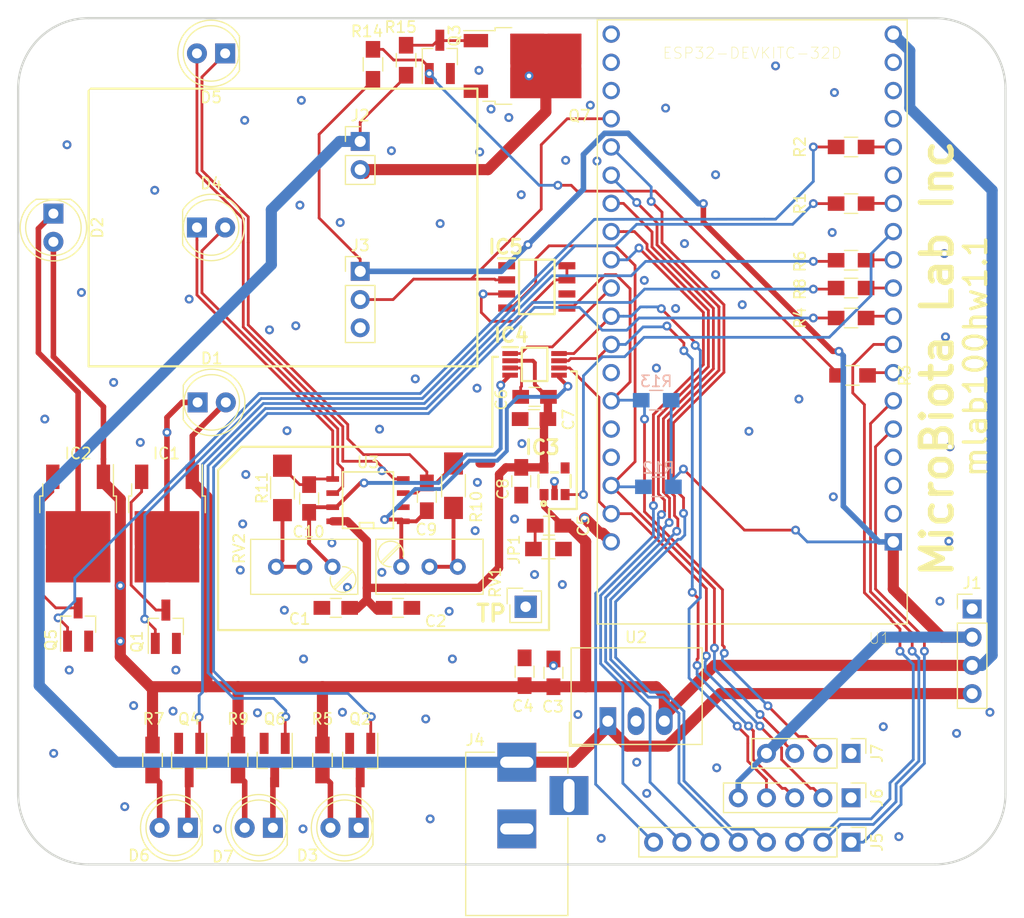
<source format=kicad_pcb>
(kicad_pcb (version 20171130) (host pcbnew "(5.0.0)")
  (layers (0 F.Cu signal) (31 B.Cu signal) (34 B.Paste user) (35 F.Paste user) (36 B.SilkS user) (37 F.SilkS user) (38 B.Mask user) (39 F.Mask user) (44 Edge.Cuts user))
  (net 0 "")
  (net 1 GNDA)
  (net 2 +3.3VA)
  (net 3 +5V)
  (net 4 GND)
  (net 5 /LMC6482/Aout)
  (net 6 /LMC6482/Bout)
  (net 7 "Net-(D3-Pad2)")
  (net 8 "Net-(D3-Pad1)")
  (net 9 "Net-(D6-Pad2)")
  (net 10 "Net-(D6-Pad1)")
  (net 11 "Net-(D7-Pad1)")
  (net 12 "Net-(D7-Pad2)")
  (net 13 CTRL_3V3A)
  (net 14 SPI_CS_ADC)
  (net 15 SPI_Din)
  (net 16 SPI_Dout)
  (net 17 SPI_SCL)
  (net 18 +3V3)
  (net 19 TEMP1W)
  (net 20 I2C_SCL)
  (net 21 I2C_SDA)
  (net 22 +12V)
  (net 23 Heater-)
  (net 24 IO0)
  (net 25 IO2)
  (net 26 IO4)
  (net 27 IO16)
  (net 28 IO17)
  (net 29 IO33)
  (net 30 I34)
  (net 31 I35)
  (net 32 CTRL_D1)
  (net 33 CTRL_D2)
  (net 34 CTRL_Heater)
  (net 35 LED_G)
  (net 36 LED_R)
  (net 37 LED_Y)
  (net 38 "Net-(R10-Pad1)")
  (net 39 "Net-(R11-Pad1)")
  (net 40 "Net-(D1-Pad1)")
  (net 41 "Net-(D2-Pad1)")
  (net 42 "Net-(IC1-Pad3)")
  (net 43 "Net-(IC2-Pad3)")
  (net 44 "Net-(Q1-Pad1)")
  (net 45 "Net-(Q2-Pad1)")
  (net 46 "Net-(Q3-Pad1)")
  (net 47 "Net-(Q4-Pad1)")
  (net 48 "Net-(Q5-Pad1)")
  (net 49 "Net-(Q6-Pad1)")
  (net 50 /LMC6482/A+)
  (net 51 /LMC6482/B+)
  (net 52 "Net-(Q3-Pad3)")
  (module ESP32-DEVKITC-32D:MODULE_ESP32-DEVKITC-32D (layer F.Cu) (at 66.1 27.4 180)
    (fp_text reference U1 (at -11.4644 -28.446 180) (layer F.SilkS) (effects (font (size 1.00039 1.00039) (thickness 0.05))))
    (fp_text value ESP32-DEVKITC-32D (at 0 24.25 180) (layer F.SilkS) (effects (font (size 1.00105 1.00105) (thickness 0.05))))
    (pad 38 thru_hole circle (at 12.7 25.96 180) (size 1.56 1.56) (drill 1.04) (layers *.Cu *.Mask))
    (pad 37 thru_hole circle (at 12.7 23.42 180) (size 1.56 1.56) (drill 1.04) (layers *.Cu *.Mask))
    (pad 36 thru_hole circle (at 12.7 20.88 180) (size 1.56 1.56) (drill 1.04) (layers *.Cu *.Mask))
    (pad 35 thru_hole circle (at 12.7 18.34 180) (size 1.56 1.56) (drill 1.04) (layers *.Cu *.Mask) (net 19 TEMP1W))
    (pad 34 thru_hole circle (at 12.7 15.8 180) (size 1.56 1.56) (drill 1.04) (layers *.Cu *.Mask) (net 25 IO2))
    (pad 33 thru_hole circle (at 12.7 13.26 180) (size 1.56 1.56) (drill 1.04) (layers *.Cu *.Mask) (net 24 IO0))
    (pad 32 thru_hole circle (at 12.7 10.72 180) (size 1.56 1.56) (drill 1.04) (layers *.Cu *.Mask) (net 26 IO4))
    (pad 31 thru_hole circle (at 12.7 8.18 180) (size 1.56 1.56) (drill 1.04) (layers *.Cu *.Mask) (net 27 IO16))
    (pad 30 thru_hole circle (at 12.7 5.64 180) (size 1.56 1.56) (drill 1.04) (layers *.Cu *.Mask) (net 28 IO17))
    (pad 29 thru_hole circle (at 12.7 3.1 180) (size 1.56 1.56) (drill 1.04) (layers *.Cu *.Mask) (net 14 SPI_CS_ADC))
    (pad 28 thru_hole circle (at 12.7 0.56 180) (size 1.56 1.56) (drill 1.04) (layers *.Cu *.Mask) (net 17 SPI_SCL))
    (pad 27 thru_hole circle (at 12.7 -1.98 180) (size 1.56 1.56) (drill 1.04) (layers *.Cu *.Mask) (net 16 SPI_Dout))
    (pad 26 thru_hole circle (at 12.7 -4.52 180) (size 1.56 1.56) (drill 1.04) (layers *.Cu *.Mask) (net 4 GND))
    (pad 25 thru_hole circle (at 12.7 -7.06 180) (size 1.56 1.56) (drill 1.04) (layers *.Cu *.Mask) (net 21 I2C_SDA))
    (pad 24 thru_hole circle (at 12.7 -9.6 180) (size 1.56 1.56) (drill 1.04) (layers *.Cu *.Mask))
    (pad 23 thru_hole circle (at 12.7 -12.14 180) (size 1.56 1.56) (drill 1.04) (layers *.Cu *.Mask))
    (pad 22 thru_hole circle (at 12.7 -14.68 180) (size 1.56 1.56) (drill 1.04) (layers *.Cu *.Mask) (net 20 I2C_SCL))
    (pad 21 thru_hole circle (at 12.7 -17.22 180) (size 1.56 1.56) (drill 1.04) (layers *.Cu *.Mask) (net 15 SPI_Din))
    (pad 20 thru_hole circle (at 12.7 -19.76 180) (size 1.56 1.56) (drill 1.04) (layers *.Cu *.Mask) (net 4 GND))
    (pad 18 thru_hole circle (at -12.7 23.42 180) (size 1.56 1.56) (drill 1.04) (layers *.Cu *.Mask))
    (pad 17 thru_hole circle (at -12.7 20.88 180) (size 1.56 1.56) (drill 1.04) (layers *.Cu *.Mask))
    (pad 16 thru_hole circle (at -12.7 18.34 180) (size 1.56 1.56) (drill 1.04) (layers *.Cu *.Mask))
    (pad 15 thru_hole circle (at -12.7 15.8 180) (size 1.56 1.56) (drill 1.04) (layers *.Cu *.Mask) (net 33 CTRL_D2))
    (pad 14 thru_hole circle (at -12.7 13.26 180) (size 1.56 1.56) (drill 1.04) (layers *.Cu *.Mask) (net 4 GND))
    (pad 13 thru_hole circle (at -12.7 10.72 180) (size 1.56 1.56) (drill 1.04) (layers *.Cu *.Mask) (net 32 CTRL_D1))
    (pad 12 thru_hole circle (at -12.7 8.18 180) (size 1.56 1.56) (drill 1.04) (layers *.Cu *.Mask) (net 13 CTRL_3V3A))
    (pad 11 thru_hole circle (at -12.7 5.64 180) (size 1.56 1.56) (drill 1.04) (layers *.Cu *.Mask) (net 36 LED_R))
    (pad 10 thru_hole circle (at -12.7 3.1 180) (size 1.56 1.56) (drill 1.04) (layers *.Cu *.Mask) (net 37 LED_Y))
    (pad 9 thru_hole circle (at -12.7 0.56 180) (size 1.56 1.56) (drill 1.04) (layers *.Cu *.Mask) (net 35 LED_G))
    (pad 8 thru_hole circle (at -12.7 -1.98 180) (size 1.56 1.56) (drill 1.04) (layers *.Cu *.Mask) (net 29 IO33))
    (pad 7 thru_hole circle (at -12.7 -4.52 180) (size 1.56 1.56) (drill 1.04) (layers *.Cu *.Mask) (net 34 CTRL_Heater))
    (pad 6 thru_hole circle (at -12.7 -7.06 180) (size 1.56 1.56) (drill 1.04) (layers *.Cu *.Mask) (net 31 I35))
    (pad 5 thru_hole circle (at -12.7 -9.6 180) (size 1.56 1.56) (drill 1.04) (layers *.Cu *.Mask) (net 30 I34))
    (pad 4 thru_hole circle (at -12.7 -12.14 180) (size 1.56 1.56) (drill 1.04) (layers *.Cu *.Mask))
    (pad 3 thru_hole circle (at -12.7 -14.68 180) (size 1.56 1.56) (drill 1.04) (layers *.Cu *.Mask))
    (pad 19 thru_hole circle (at -12.7 25.96 180) (size 1.56 1.56) (drill 1.04) (layers *.Cu *.Mask) (net 3 +5V))
    (pad 2 thru_hole circle (at -12.7 -17.22 180) (size 1.56 1.56) (drill 1.04) (layers *.Cu *.Mask))
    (pad 1 thru_hole rect (at -12.7 -19.76 180) (size 1.56 1.56) (drill 1.04) (layers *.Cu *.Mask) (net 18 +3V3))
  )
  (module Converters_DCDC_ACDC:DCDC-Conv_RECOM_R-78E-0.5 (layer F.Cu) (at 53.1 63.3)
    (fp_text reference U2 (at 2.54 -7.55) (layer F.SilkS))
    (fp_text value R-78E5.0-1.0)
    (pad 3 thru_hole oval (at 5.08 0) (size 1.5 2.5) (drill 1) (layers *.Cu *.Mask) (net 3 +5V))
    (pad 2 thru_hole oval (at 2.54 0) (size 1.5 2.5) (drill 1) (layers *.Cu *.Mask) (net 4 GND))
    (pad 1 thru_hole rect (at 0 0) (size 1.5 2.5) (drill 1) (layers *.Cu *.Mask) (net 22 +12V))
  )
  (module Resistors_SMD:R_0805_HandSoldering (layer F.Cu) (at 75 27 180)
    (fp_text reference R4 (at 4.6 0 270) (layer F.SilkS))
    (fp_text value 1k)
    (pad 1 smd rect (at -1.35 0 180) (size 1.5 1.3) (layers F.Cu F.Paste F.Mask) (net 35 LED_G))
    (pad 2 smd rect (at 1.35 0 180) (size 1.5 1.3) (layers F.Cu F.Paste F.Mask) (net 45 "Net-(Q2-Pad1)"))
  )
  (module TO_SOT_Packages_SMD:SOT-23_Handsoldering (layer F.Cu) (at 13.3 54.8 90)
    (fp_text reference Q1 (at -1.35 -2.6 90) (layer F.SilkS))
    (fp_text value DMN3404)
    (pad 1 smd rect (at -1.5 -0.95 90) (size 1.9 0.8) (layers F.Cu F.Paste F.Mask) (net 44 "Net-(Q1-Pad1)"))
    (pad 2 smd rect (at -1.5 0.95 90) (size 1.9 0.8) (layers F.Cu F.Paste F.Mask) (net 4 GND))
    (pad 3 smd rect (at 1.5 0 90) (size 1.9 0.8) (layers F.Cu F.Paste F.Mask) (net 42 "Net-(IC1-Pad3)"))
  )
  (module Capacitors_SMD:C_0805_HandSoldering (layer F.Cu) (at 36.8 43.1 90)
    (fp_text reference C9 (at -2.95 -0.05 180) (layer F.SilkS))
    (fp_text value 100pF)
    (pad 1 smd rect (at -1.25 0 90) (size 1.5 1.25) (layers F.Cu F.Paste F.Mask) (net 5 /LMC6482/Aout))
    (pad 2 smd rect (at 1.25 0 90) (size 1.5 1.25) (layers F.Cu F.Paste F.Mask) (net 50 /LMC6482/A+))
  )
  (module Capacitors_SMD:C_0805_HandSoldering (layer F.Cu) (at 26.2 43.25 90)
    (fp_text reference C10 (at -3 -0.05 180) (layer F.SilkS))
    (fp_text value 100pF)
    (pad 2 smd rect (at 1.25 0 90) (size 1.5 1.25) (layers F.Cu F.Paste F.Mask) (net 51 /LMC6482/B+))
    (pad 1 smd rect (at -1.25 0 90) (size 1.5 1.25) (layers F.Cu F.Paste F.Mask) (net 6 /LMC6482/Bout))
  )
  (module Resistors_SMD:R_0805_HandSoldering (layer F.Cu) (at 75 16.7)
    (fp_text reference R1 (at -4.6 0 90) (layer F.SilkS))
    (fp_text value 1k)
    (pad 2 smd rect (at 1.35 0) (size 1.5 1.3) (layers F.Cu F.Paste F.Mask) (net 32 CTRL_D1))
    (pad 1 smd rect (at -1.35 0) (size 1.5 1.3) (layers F.Cu F.Paste F.Mask) (net 44 "Net-(Q1-Pad1)"))
  )
  (module Resistors_SMD:R_0805_HandSoldering (layer F.Cu) (at 27.4 66.8 90)
    (fp_text reference R5 (at 3.7 0 180) (layer F.SilkS))
    (fp_text value 1k)
    (pad 1 smd rect (at -1.35 0 90) (size 1.5 1.3) (layers F.Cu F.Paste F.Mask) (net 7 "Net-(D3-Pad2)"))
    (pad 2 smd rect (at 1.35 0 90) (size 1.5 1.3) (layers F.Cu F.Paste F.Mask) (net 3 +5V))
  )
  (module Resistors_SMD:R_0805_HandSoldering (layer F.Cu) (at 75 21.8 180)
    (fp_text reference R6 (at 4.6 -0.1 270) (layer F.SilkS))
    (fp_text value 1k)
    (pad 2 smd rect (at 1.35 0 180) (size 1.5 1.3) (layers F.Cu F.Paste F.Mask) (net 47 "Net-(Q4-Pad1)"))
    (pad 1 smd rect (at -1.35 0 180) (size 1.5 1.3) (layers F.Cu F.Paste F.Mask) (net 36 LED_R))
  )
  (module Resistors_SMD:R_0805_HandSoldering (layer F.Cu) (at 75 11.6)
    (fp_text reference R2 (at -4.6 0 90) (layer F.SilkS))
    (fp_text value 1k)
    (pad 2 smd rect (at 1.35 0) (size 1.5 1.3) (layers F.Cu F.Paste F.Mask) (net 33 CTRL_D2))
    (pad 1 smd rect (at -1.35 0) (size 1.5 1.3) (layers F.Cu F.Paste F.Mask) (net 48 "Net-(Q5-Pad1)"))
  )
  (module Resistors_SMD:R_0805_HandSoldering (layer F.Cu) (at 75 24.3 180)
    (fp_text reference R8 (at 4.6 -0.1 270) (layer F.SilkS))
    (fp_text value 1k)
    (pad 2 smd rect (at 1.35 0 180) (size 1.5 1.3) (layers F.Cu F.Paste F.Mask) (net 49 "Net-(Q6-Pad1)"))
    (pad 1 smd rect (at -1.35 0 180) (size 1.5 1.3) (layers F.Cu F.Paste F.Mask) (net 37 LED_Y))
  )
  (module Resistors_SMD:R_0805_HandSoldering (layer F.Cu) (at 12.1 66.8 90)
    (fp_text reference R7 (at 3.7 0.1 180) (layer F.SilkS))
    (fp_text value 1k)
    (pad 1 smd rect (at -1.35 0 90) (size 1.5 1.3) (layers F.Cu F.Paste F.Mask) (net 9 "Net-(D6-Pad2)"))
    (pad 2 smd rect (at 1.35 0 90) (size 1.5 1.3) (layers F.Cu F.Paste F.Mask) (net 3 +5V))
  )
  (module Resistors_SMD:R_0805_HandSoldering (layer F.Cu) (at 75.13 32.17 180)
    (fp_text reference R3 (at -4.7 0 270) (layer F.SilkS))
    (fp_text value 1k)
    (pad 2 smd rect (at 1.35 0 180) (size 1.5 1.3) (layers F.Cu F.Paste F.Mask) (net 46 "Net-(Q3-Pad1)"))
    (pad 1 smd rect (at -1.35 0 180) (size 1.5 1.3) (layers F.Cu F.Paste F.Mask) (net 34 CTRL_Heater))
  )
  (module ADC122S021CIMM_NOPB:SOP65P490X110-8N (layer F.Cu) (at 46.5 31.175)
    (fp_text reference IC4 (at -2.1 -2.625) (layer F.SilkS) (effects (font (size 1.27 1.27) (thickness 0.254))))
    (fp_text value ADC122S021CIMM_NOPB hide)
    (pad 1 smd rect (at -2.2 -0.975 90) (size 0.45 1.4) (layers F.Cu F.Paste F.Mask) (net 14 SPI_CS_ADC))
    (pad 2 smd rect (at -2.2 -0.325 90) (size 0.45 1.4) (layers F.Cu F.Paste F.Mask) (net 2 +3.3VA))
    (pad 3 smd rect (at -2.2 0.325 90) (size 0.45 1.4) (layers F.Cu F.Paste F.Mask) (net 1 GNDA))
    (pad 4 smd rect (at -2.2 0.975 90) (size 0.45 1.4) (layers F.Cu F.Paste F.Mask) (net 6 /LMC6482/Bout))
    (pad 5 smd rect (at 2.2 0.975 90) (size 0.45 1.4) (layers F.Cu F.Paste F.Mask) (net 5 /LMC6482/Aout))
    (pad 6 smd rect (at 2.2 0.325 90) (size 0.45 1.4) (layers F.Cu F.Paste F.Mask) (net 15 SPI_Din))
    (pad 7 smd rect (at 2.2 -0.325 90) (size 0.45 1.4) (layers F.Cu F.Paste F.Mask) (net 16 SPI_Dout))
    (pad 8 smd rect (at 2.2 -0.975 90) (size 0.45 1.4) (layers F.Cu F.Paste F.Mask) (net 17 SPI_SCL))
  )
  (module DS2482-100:SOIC127P600X175-8N (layer F.Cu) (at 46.7 24.2)
    (fp_text reference IC5 (at -2.8 -3.6) (layer F.SilkS) (effects (font (size 1.27 1.27) (thickness 0.254))))
    (fp_text value DS2482-100 hide)
    (pad 1 smd rect (at -2.712 -1.905 90) (size 0.65 1.525) (layers F.Cu F.Paste F.Mask) (net 18 +3V3))
    (pad 2 smd rect (at -2.712 -0.635 90) (size 0.65 1.525) (layers F.Cu F.Paste F.Mask) (net 19 TEMP1W))
    (pad 3 smd rect (at -2.712 0.635 90) (size 0.65 1.525) (layers F.Cu F.Paste F.Mask) (net 4 GND))
    (pad 4 smd rect (at -2.712 1.905 90) (size 0.65 1.525) (layers F.Cu F.Paste F.Mask) (net 20 I2C_SCL))
    (pad 5 smd rect (at 2.712 1.905 90) (size 0.65 1.525) (layers F.Cu F.Paste F.Mask) (net 21 I2C_SDA))
    (pad 6 smd rect (at 2.712 0.635 90) (size 0.65 1.525) (layers F.Cu F.Paste F.Mask))
    (pad 7 smd rect (at 2.712 -0.635 90) (size 0.65 1.525) (layers F.Cu F.Paste F.Mask) (net 4 GND))
    (pad 8 smd rect (at 2.712 -1.905 90) (size 0.65 1.525) (layers F.Cu F.Paste F.Mask) (net 4 GND))
  )
  (module Pin_Headers:Pin_Header_Straight_1x04_Pitch2.54mm (layer F.Cu) (at 85.9 53.2)
    (fp_text reference J1 (at 0 -2.33) (layer F.SilkS))
    (fp_text value Conn_01x04)
    (pad 4 thru_hole oval (at 0 7.62) (size 1.7 1.7) (drill 1) (layers *.Cu *.Mask) (net 22 +12V))
    (pad 3 thru_hole oval (at 0 5.08) (size 1.7 1.7) (drill 1) (layers *.Cu *.Mask) (net 3 +5V))
    (pad 2 thru_hole oval (at 0 2.54) (size 1.7 1.7) (drill 1) (layers *.Cu *.Mask) (net 18 +3V3))
    (pad 1 thru_hole rect (at 0 0) (size 1.7 1.7) (drill 1) (layers *.Cu *.Mask) (net 4 GND))
  )
  (module Pin_Headers:Pin_Header_Straight_1x02_Pitch2.54mm (layer F.Cu) (at 30.8 11.1)
    (fp_text reference J2 (at 0 -2.33) (layer F.SilkS))
    (fp_text value Conn_01x02_Male)
    (pad 2 thru_hole oval (at 0 2.54) (size 1.7 1.7) (drill 1) (layers *.Cu *.Mask) (net 23 Heater-))
    (pad 1 thru_hole rect (at 0 0) (size 1.7 1.7) (drill 1) (layers *.Cu *.Mask) (net 22 +12V))
  )
  (module "TCR2EF33_LM(CT:SOT-25" (layer F.Cu) (at 48.3 41.7)
    (fp_text reference IC3 (at -1.1 -3.05) (layer F.SilkS) (effects (font (size 1.27 1.27) (thickness 0.254))))
    (fp_text value "TCR2EF33,LM(CT" hide)
    (pad 1 smd rect (at -0.95 1.2) (size 0.8 1) (layers F.Cu F.Paste F.Mask) (net 3 +5V))
    (pad 2 smd rect (at 0 1.2) (size 0.6 1) (layers F.Cu F.Paste F.Mask) (net 1 GNDA))
    (pad 3 smd rect (at 0.95 1.2) (size 0.8 1) (layers F.Cu F.Paste F.Mask) (net 13 CTRL_3V3A))
    (pad 4 smd rect (at 0.95 -1.2) (size 0.8 1) (layers F.Cu F.Paste F.Mask))
    (pad 5 smd rect (at -0.95 -1.2) (size 0.8 1) (layers F.Cu F.Paste F.Mask) (net 2 +3.3VA))
  )
  (module TO_SOT_Packages_SMD:TO-252-2 (layer F.Cu) (at 13.4 45.5 270)
    (fp_text reference IC1 (at -6.3 0.05) (layer F.SilkS))
    (fp_text value CL520N3-G)
    (pad 1 smd rect (at -4.2 -2.28 270) (size 2.2 1.2) (layers F.Cu F.Paste F.Mask) (net 3 +5V))
    (pad 3 smd rect (at -4.2 2.28 270) (size 2.2 1.2) (layers F.Cu F.Paste F.Mask) (net 42 "Net-(IC1-Pad3)"))
    (pad 2 smd rect (at 2.1 0 270) (size 6.4 5.8) (layers F.Cu F.Mask) (net 40 "Net-(D1-Pad1)"))
    (pad 2 smd rect (at 3.775 1.525 270) (size 3.05 2.75) (layers F.Cu F.Paste) (net 40 "Net-(D1-Pad1)"))
    (pad 2 smd rect (at 0.425 -1.525 270) (size 3.05 2.75) (layers F.Cu F.Paste) (net 40 "Net-(D1-Pad1)"))
    (pad 2 smd rect (at 3.775 -1.525 270) (size 3.05 2.75) (layers F.Cu F.Paste) (net 40 "Net-(D1-Pad1)"))
    (pad 2 smd rect (at 0.425 1.525 270) (size 3.05 2.75) (layers F.Cu F.Paste) (net 40 "Net-(D1-Pad1)"))
  )
  (module TO_SOT_Packages_SMD:TO-252-2 (layer F.Cu) (at 5.4 45.5 270)
    (fp_text reference IC2 (at -6.3 0) (layer F.SilkS))
    (fp_text value CL520N3-G)
    (pad 2 smd rect (at 0.425 1.525 270) (size 3.05 2.75) (layers F.Cu F.Paste) (net 41 "Net-(D2-Pad1)"))
    (pad 2 smd rect (at 3.775 -1.525 270) (size 3.05 2.75) (layers F.Cu F.Paste) (net 41 "Net-(D2-Pad1)"))
    (pad 2 smd rect (at 0.425 -1.525 270) (size 3.05 2.75) (layers F.Cu F.Paste) (net 41 "Net-(D2-Pad1)"))
    (pad 2 smd rect (at 3.775 1.525 270) (size 3.05 2.75) (layers F.Cu F.Paste) (net 41 "Net-(D2-Pad1)"))
    (pad 2 smd rect (at 2.1 0 270) (size 6.4 5.8) (layers F.Cu F.Mask) (net 41 "Net-(D2-Pad1)"))
    (pad 3 smd rect (at -4.2 2.28 270) (size 2.2 1.2) (layers F.Cu F.Paste F.Mask) (net 43 "Net-(IC2-Pad3)"))
    (pad 1 smd rect (at -4.2 -2.28 270) (size 2.2 1.2) (layers F.Cu F.Paste F.Mask) (net 3 +5V))
  )
  (module LEDs:LED_D5.0mm (layer F.Cu) (at 16.1 18.85)
    (fp_text reference D4 (at 1.27 -3.96) (layer F.SilkS))
    (fp_text value D_Photo)
    (pad 1 thru_hole rect (at 0 0) (size 1.8 1.8) (drill 0.9) (layers *.Cu *.Mask) (net 51 /LMC6482/B+))
    (pad 2 thru_hole circle (at 2.54 0) (size 1.8 1.8) (drill 0.9) (layers *.Cu *.Mask) (net 1 GNDA))
  )
  (module LEDs:LED_D5.0mm (layer F.Cu) (at 18.64 3.175 180)
    (fp_text reference D5 (at 1.27 -3.96 180) (layer F.SilkS))
    (fp_text value D_Photo)
    (pad 2 thru_hole circle (at 2.54 0 180) (size 1.8 1.8) (drill 0.9) (layers *.Cu *.Mask) (net 1 GNDA))
    (pad 1 thru_hole rect (at 0 0 180) (size 1.8 1.8) (drill 0.9) (layers *.Cu *.Mask) (net 50 /LMC6482/A+))
  )
  (module LEDs:LED_D5.0mm (layer F.Cu) (at 22.94 72.9 180)
    (fp_text reference D7 (at 4.5 -2.6 180) (layer F.SilkS))
    (fp_text value yellow)
    (pad 2 thru_hole circle (at 2.54 0 180) (size 1.8 1.8) (drill 0.9) (layers *.Cu *.Mask) (net 12 "Net-(D7-Pad2)"))
    (pad 1 thru_hole rect (at 0 0 180) (size 1.8 1.8) (drill 0.9) (layers *.Cu *.Mask) (net 11 "Net-(D7-Pad1)"))
  )
  (module Capacitors_SMD:C_0805_HandSoldering (layer F.Cu) (at 45.3 41.7 270)
    (fp_text reference C8 (at 0.7 1.65 270) (layer F.SilkS))
    (fp_text value 1uF)
    (pad 2 smd rect (at 1.25 0 270) (size 1.5 1.25) (layers F.Cu F.Paste F.Mask) (net 1 GNDA))
    (pad 1 smd rect (at -1.25 0 270) (size 1.5 1.25) (layers F.Cu F.Paste F.Mask) (net 2 +3.3VA))
  )
  (module Capacitors_SMD:C_0805_HandSoldering (layer F.Cu) (at 46.5 34.1 180)
    (fp_text reference C6 (at 3 -0.25 270) (layer F.SilkS))
    (fp_text value 1uF)
    (pad 2 smd rect (at 1.25 0 180) (size 1.5 1.25) (layers F.Cu F.Paste F.Mask) (net 1 GNDA))
    (pad 1 smd rect (at -1.25 0 180) (size 1.5 1.25) (layers F.Cu F.Paste F.Mask) (net 2 +3.3VA))
  )
  (module Capacitors_SMD:C_0805_HandSoldering (layer F.Cu) (at 46.45 36.1 180)
    (fp_text reference C7 (at -3.1 -0.05 270) (layer F.SilkS))
    (fp_text value 0.1uF)
    (pad 1 smd rect (at -1.25 0 180) (size 1.5 1.25) (layers F.Cu F.Paste F.Mask) (net 2 +3.3VA))
    (pad 2 smd rect (at 1.25 0 180) (size 1.5 1.25) (layers F.Cu F.Paste F.Mask) (net 1 GNDA))
  )
  (module Capacitors_SMD:C_0805_HandSoldering (layer F.Cu) (at 47.8 45.7 180)
    (fp_text reference C5 (at -3.1 0 270) (layer F.SilkS))
    (fp_text value 1uF)
    (pad 1 smd rect (at -1.25 0 180) (size 1.5 1.25) (layers F.Cu F.Paste F.Mask) (net 3 +5V))
    (pad 2 smd rect (at 1.25 0 180) (size 1.5 1.25) (layers F.Cu F.Paste F.Mask) (net 1 GNDA))
  )
  (module Resistors_SMD:R_0805_HandSoldering (layer F.Cu) (at 47.75 47.8)
    (fp_text reference JP1 (at -3.1 0.05 90) (layer F.SilkS))
    (fp_text value Jumper)
    (pad 1 smd rect (at -1.35 0) (size 1.5 1.3) (layers F.Cu F.Paste F.Mask) (net 1 GNDA))
    (pad 2 smd rect (at 1.35 0) (size 1.5 1.3) (layers F.Cu F.Paste F.Mask) (net 4 GND))
  )
  (module Pin_Headers:Pin_Header_Straight_1x03_Pitch2.54mm (layer F.Cu) (at 30.8 22.8)
    (fp_text reference J3 (at 0 -2.33) (layer F.SilkS))
    (fp_text value Conn_01x03_Male)
    (pad 3 thru_hole oval (at 0 5.08) (size 1.7 1.7) (drill 1) (layers *.Cu *.Mask) (net 4 GND))
    (pad 2 thru_hole oval (at 0 2.54) (size 1.7 1.7) (drill 1) (layers *.Cu *.Mask) (net 19 TEMP1W))
    (pad 1 thru_hole rect (at 0 0) (size 1.7 1.7) (drill 1) (layers *.Cu *.Mask) (net 18 +3V3))
  )
  (module TO_SOT_Packages_SMD:SOT-23_Handsoldering (layer F.Cu) (at 23.1 66.8 270)
    (fp_text reference Q6 (at -3.7 0) (layer F.SilkS))
    (fp_text value DMN3404)
    (pad 3 smd rect (at 1.5 0 270) (size 1.9 0.8) (layers F.Cu F.Paste F.Mask) (net 11 "Net-(D7-Pad1)"))
    (pad 2 smd rect (at -1.5 0.95 270) (size 1.9 0.8) (layers F.Cu F.Paste F.Mask) (net 4 GND))
    (pad 1 smd rect (at -1.5 -0.95 270) (size 1.9 0.8) (layers F.Cu F.Paste F.Mask) (net 49 "Net-(Q6-Pad1)"))
  )
  (module TO_SOT_Packages_SMD:SOT-23_Handsoldering (layer F.Cu) (at 30.8 66.8 270)
    (fp_text reference Q2 (at -3.7 0 180) (layer F.SilkS))
    (fp_text value DMN3404)
    (pad 3 smd rect (at 1.5 0 270) (size 1.9 0.8) (layers F.Cu F.Paste F.Mask) (net 8 "Net-(D3-Pad1)"))
    (pad 2 smd rect (at -1.5 0.95 270) (size 1.9 0.8) (layers F.Cu F.Paste F.Mask) (net 4 GND))
    (pad 1 smd rect (at -1.5 -0.95 270) (size 1.9 0.8) (layers F.Cu F.Paste F.Mask) (net 45 "Net-(Q2-Pad1)"))
  )
  (module Pin_Headers:Pin_Header_Straight_1x08_Pitch2.54mm (layer F.Cu) (at 75 74.2 270)
    (fp_text reference J5 (at 0 -2.33 270) (layer F.SilkS))
    (fp_text value Conn_01x08_Male)
    (pad 8 thru_hole oval (at 0 17.78 270) (size 1.7 1.7) (drill 1) (layers *.Cu *.Mask) (net 28 IO17))
    (pad 7 thru_hole oval (at 0 15.24 270) (size 1.7 1.7) (drill 1) (layers *.Cu *.Mask) (net 27 IO16))
    (pad 6 thru_hole oval (at 0 12.7 270) (size 1.7 1.7) (drill 1) (layers *.Cu *.Mask) (net 26 IO4))
    (pad 5 thru_hole oval (at 0 10.16 270) (size 1.7 1.7) (drill 1) (layers *.Cu *.Mask) (net 24 IO0))
    (pad 4 thru_hole oval (at 0 7.62 270) (size 1.7 1.7) (drill 1) (layers *.Cu *.Mask) (net 25 IO2))
    (pad 3 thru_hole oval (at 0 5.08 270) (size 1.7 1.7) (drill 1) (layers *.Cu *.Mask) (net 29 IO33))
    (pad 2 thru_hole oval (at 0 2.54 270) (size 1.7 1.7) (drill 1) (layers *.Cu *.Mask) (net 31 I35))
    (pad 1 thru_hole rect (at 0 0 270) (size 1.7 1.7) (drill 1) (layers *.Cu *.Mask) (net 30 I34))
  )
  (module TO_SOT_Packages_SMD:SOT-23_Handsoldering (layer F.Cu) (at 5.4 54.6 90)
    (fp_text reference Q5 (at -1.4 -2.45 90) (layer F.SilkS))
    (fp_text value DMN3404)
    (pad 1 smd rect (at -1.5 -0.95 90) (size 1.9 0.8) (layers F.Cu F.Paste F.Mask) (net 48 "Net-(Q5-Pad1)"))
    (pad 2 smd rect (at -1.5 0.95 90) (size 1.9 0.8) (layers F.Cu F.Paste F.Mask) (net 4 GND))
    (pad 3 smd rect (at 1.5 0 90) (size 1.9 0.8) (layers F.Cu F.Paste F.Mask) (net 43 "Net-(IC2-Pad3)"))
  )
  (module TO_SOT_Packages_SMD:SOT-23_Handsoldering (layer F.Cu) (at 15.4 66.8 270)
    (fp_text reference Q4 (at -3.7 0) (layer F.SilkS))
    (fp_text value DMN3404)
    (pad 3 smd rect (at 1.5 0 270) (size 1.9 0.8) (layers F.Cu F.Paste F.Mask) (net 10 "Net-(D6-Pad1)"))
    (pad 2 smd rect (at -1.5 0.95 270) (size 1.9 0.8) (layers F.Cu F.Paste F.Mask) (net 4 GND))
    (pad 1 smd rect (at -1.5 -0.95 270) (size 1.9 0.8) (layers F.Cu F.Paste F.Mask) (net 47 "Net-(Q4-Pad1)"))
  )
  (module Capacitors_SMD:C_0805_HandSoldering (layer F.Cu) (at 28.6 53.1 180)
    (fp_text reference C1 (at 3.25 -1 180) (layer F.SilkS))
    (fp_text value 1uF)
    (pad 2 smd rect (at 1.25 0 180) (size 1.5 1.25) (layers F.Cu F.Paste F.Mask) (net 1 GNDA))
    (pad 1 smd rect (at -1.25 0 180) (size 1.5 1.25) (layers F.Cu F.Paste F.Mask) (net 2 +3.3VA))
  )
  (module Capacitors_SMD:C_0805_HandSoldering (layer F.Cu) (at 45.6 58.85 90)
    (fp_text reference C4 (at -3.1 -0.15 180) (layer F.SilkS))
    (fp_text value 1uF)
    (pad 2 smd rect (at 1.25 0 90) (size 1.5 1.25) (layers F.Cu F.Paste F.Mask) (net 4 GND))
    (pad 1 smd rect (at -1.25 0 90) (size 1.5 1.25) (layers F.Cu F.Paste F.Mask) (net 3 +5V))
  )
  (module Capacitors_SMD:C_0805_HandSoldering (layer F.Cu) (at 34.2 53.1)
    (fp_text reference C2 (at 3.4 1.2) (layer F.SilkS))
    (fp_text value 0.1uF)
    (pad 1 smd rect (at -1.25 0) (size 1.5 1.25) (layers F.Cu F.Paste F.Mask) (net 2 +3.3VA))
    (pad 2 smd rect (at 1.25 0) (size 1.5 1.25) (layers F.Cu F.Paste F.Mask) (net 1 GNDA))
  )
  (module Capacitors_SMD:C_0805_HandSoldering (layer F.Cu) (at 48.2 58.95 90)
    (fp_text reference C3 (at -3.05 -0.05 180) (layer F.SilkS))
    (fp_text value 10uF)
    (pad 1 smd rect (at -1.25 0 90) (size 1.5 1.25) (layers F.Cu F.Paste F.Mask) (net 3 +5V))
    (pad 2 smd rect (at 1.25 0 90) (size 1.5 1.25) (layers F.Cu F.Paste F.Mask) (net 4 GND))
  )
  (module Resistors_SMD:R_0805_HandSoldering (layer B.Cu) (at 57.65 42.2 180)
    (fp_text reference R12 (at 0 1.7 180) (layer B.SilkS) (effects (justify mirror)))
    (fp_text value 3k3)
    (pad 2 smd rect (at 1.35 0 180) (size 1.5 1.3) (layers B.Cu B.Paste B.Mask) (net 20 I2C_SCL))
    (pad 1 smd rect (at -1.35 0 180) (size 1.5 1.3) (layers B.Cu B.Paste B.Mask) (net 18 +3V3))
  )
  (module Potentiometers:Potentiometer_Trimmer_Bourns_3296W (layer F.Cu) (at 34.5 49.4 180)
    (fp_text reference RV1 (at -8.45 -1.4 270) (layer F.SilkS))
    (fp_text value 5M)
    (pad 3 thru_hole circle (at -5.08 0 180) (size 1.44 1.44) (drill 0.8) (layers *.Cu *.Mask) (net 38 "Net-(R10-Pad1)"))
    (pad 2 thru_hole circle (at -2.54 0 180) (size 1.44 1.44) (drill 0.8) (layers *.Cu *.Mask) (net 38 "Net-(R10-Pad1)"))
    (pad 1 thru_hole circle (at 0 0 180) (size 1.44 1.44) (drill 0.8) (layers *.Cu *.Mask) (net 5 /LMC6482/Aout))
  )
  (module Resistors_SMD:R_1206_HandSoldering (layer F.Cu) (at 23.8 42.3 90)
    (fp_text reference R11 (at 0 -1.85 90) (layer F.SilkS))
    (fp_text value 1M)
    (pad 2 smd rect (at 2 0 90) (size 2 1.7) (layers F.Cu F.Paste F.Mask) (net 51 /LMC6482/B+))
    (pad 1 smd rect (at -2 0 90) (size 2 1.7) (layers F.Cu F.Paste F.Mask) (net 39 "Net-(R11-Pad1)"))
  )
  (module Resistors_SMD:R_0805_HandSoldering (layer F.Cu) (at 19.8 66.8 90)
    (fp_text reference R9 (at 3.7 0 180) (layer F.SilkS))
    (fp_text value 1k)
    (pad 1 smd rect (at -1.35 0 90) (size 1.5 1.3) (layers F.Cu F.Paste F.Mask) (net 12 "Net-(D7-Pad2)"))
    (pad 2 smd rect (at 1.35 0 90) (size 1.5 1.3) (layers F.Cu F.Paste F.Mask) (net 3 +5V))
  )
  (module Resistors_SMD:R_1206_HandSoldering (layer F.Cu) (at 39.2 42.1 90)
    (fp_text reference R10 (at -1.9 2.05 270) (layer F.SilkS))
    (fp_text value 1M)
    (pad 1 smd rect (at -2 0 90) (size 2 1.7) (layers F.Cu F.Paste F.Mask) (net 38 "Net-(R10-Pad1)"))
    (pad 2 smd rect (at 2 0 90) (size 2 1.7) (layers F.Cu F.Paste F.Mask) (net 50 /LMC6482/A+))
  )
  (module Resistors_SMD:R_0805_HandSoldering (layer B.Cu) (at 57.45 34.4 180)
    (fp_text reference R13 (at 0 1.7 180) (layer B.SilkS) (effects (justify mirror)))
    (fp_text value 3k3)
    (pad 1 smd rect (at -1.35 0 180) (size 1.5 1.3) (layers B.Cu B.Paste B.Mask) (net 18 +3V3))
    (pad 2 smd rect (at 1.35 0 180) (size 1.5 1.3) (layers B.Cu B.Paste B.Mask) (net 21 I2C_SDA))
  )
  (module SMD_Packages:SOIC-8-N (layer F.Cu) (at 31.5 43.4 90)
    (fp_text reference U3 (at 3.4 0 180) (layer F.SilkS))
    (fp_text value LMC6482)
    (pad 1 smd rect (at -1.905 3.175 90) (size 0.508 1.143) (layers F.Cu F.Paste F.Mask) (net 5 /LMC6482/Aout))
    (pad 2 smd rect (at -0.635 3.175 90) (size 0.508 1.143) (layers F.Cu F.Paste F.Mask) (net 1 GNDA))
    (pad 3 smd rect (at 0.635 3.175 90) (size 0.508 1.143) (layers F.Cu F.Paste F.Mask) (net 50 /LMC6482/A+))
    (pad 4 smd rect (at 1.905 3.175 90) (size 0.508 1.143) (layers F.Cu F.Paste F.Mask) (net 1 GNDA))
    (pad 5 smd rect (at 1.905 -3.175 90) (size 0.508 1.143) (layers F.Cu F.Paste F.Mask) (net 51 /LMC6482/B+))
    (pad 6 smd rect (at 0.635 -3.175 90) (size 0.508 1.143) (layers F.Cu F.Paste F.Mask) (net 1 GNDA))
    (pad 7 smd rect (at -0.635 -3.175 90) (size 0.508 1.143) (layers F.Cu F.Paste F.Mask) (net 6 /LMC6482/Bout))
    (pad 8 smd rect (at -1.905 -3.175 90) (size 0.508 1.143) (layers F.Cu F.Paste F.Mask) (net 2 +3.3VA))
  )
  (module Potentiometers:Potentiometer_Trimmer_Bourns_3296W (layer F.Cu) (at 28.3 49.4)
    (fp_text reference RV2 (at -8.4 -1.65 90) (layer F.SilkS))
    (fp_text value 1M)
    (pad 1 thru_hole circle (at 0 0) (size 1.44 1.44) (drill 0.8) (layers *.Cu *.Mask) (net 6 /LMC6482/Bout))
    (pad 2 thru_hole circle (at -2.54 0) (size 1.44 1.44) (drill 0.8) (layers *.Cu *.Mask) (net 39 "Net-(R11-Pad1)"))
    (pad 3 thru_hole circle (at -5.08 0) (size 1.44 1.44) (drill 0.8) (layers *.Cu *.Mask) (net 39 "Net-(R11-Pad1)"))
  )
  (module Connectors:BARREL_JACK (layer F.Cu) (at 44.9 67 90)
    (fp_text reference J4 (at 2 -3.75) (layer F.SilkS))
    (fp_text value Conn_01x02_Male)
    (pad 3 thru_hole rect (at -3 4.7 90) (size 3.5 3.5) (drill oval 3 1) (layers *.Cu *.Mask))
    (pad 2 thru_hole rect (at -6 0 90) (size 3.5 3.5) (drill oval 1 3) (layers *.Cu *.Mask) (net 4 GND))
    (pad 1 thru_hole rect (at 0 0 90) (size 3.5 3.5) (drill oval 1 3) (layers *.Cu *.Mask) (net 22 +12V))
  )
  (module LEDs:LED_D5.0mm (layer F.Cu) (at 16.16 34.6)
    (fp_text reference D1 (at 1.27 -3.96) (layer F.SilkS))
    (fp_text value 470nm)
    (pad 1 thru_hole rect (at 0 0) (size 1.8 1.8) (drill 0.9) (layers *.Cu *.Mask) (net 40 "Net-(D1-Pad1)"))
    (pad 2 thru_hole circle (at 2.54 0) (size 1.8 1.8) (drill 0.9) (layers *.Cu *.Mask) (net 3 +5V))
  )
  (module LEDs:LED_D5.0mm (layer F.Cu) (at 3.175 17.6 270)
    (fp_text reference D2 (at 1.27 -3.96 270) (layer F.SilkS))
    (fp_text value 470nm)
    (pad 2 thru_hole circle (at 2.54 0 270) (size 1.8 1.8) (drill 0.9) (layers *.Cu *.Mask) (net 3 +5V))
    (pad 1 thru_hole rect (at 0 0 270) (size 1.8 1.8) (drill 0.9) (layers *.Cu *.Mask) (net 41 "Net-(D2-Pad1)"))
  )
  (module LEDs:LED_D5.0mm (layer F.Cu) (at 30.66 72.9 180)
    (fp_text reference D3 (at 4.6 -2.5 180) (layer F.SilkS))
    (fp_text value green)
    (pad 2 thru_hole circle (at 2.54 0 180) (size 1.8 1.8) (drill 0.9) (layers *.Cu *.Mask) (net 7 "Net-(D3-Pad2)"))
    (pad 1 thru_hole rect (at 0 0 180) (size 1.8 1.8) (drill 0.9) (layers *.Cu *.Mask) (net 8 "Net-(D3-Pad1)"))
  )
  (module LEDs:LED_D5.0mm (layer F.Cu) (at 15.28 72.9 180)
    (fp_text reference D6 (at 4.4 -2.5 180) (layer F.SilkS))
    (fp_text value red)
    (pad 1 thru_hole rect (at 0 0 180) (size 1.8 1.8) (drill 0.9) (layers *.Cu *.Mask) (net 10 "Net-(D6-Pad1)"))
    (pad 2 thru_hole circle (at 2.54 0 180) (size 1.8 1.8) (drill 0.9) (layers *.Cu *.Mask) (net 9 "Net-(D6-Pad2)"))
  )
  (module Pin_Headers:Pin_Header_Straight_1x05_Pitch2.54mm (layer F.Cu) (at 75 70.2 270)
    (fp_text reference J6 (at 0 -2.33 270) (layer F.SilkS))
    (fp_text value Conn_01x05_Male)
    (pad 5 thru_hole oval (at 0 10.16 270) (size 1.7 1.7) (drill 1) (layers *.Cu *.Mask) (net 18 +3V3))
    (pad 4 thru_hole oval (at 0 7.62 270) (size 1.7 1.7) (drill 1) (layers *.Cu *.Mask) (net 17 SPI_SCL))
    (pad 3 thru_hole oval (at 0 5.08 270) (size 1.7 1.7) (drill 1) (layers *.Cu *.Mask) (net 16 SPI_Dout))
    (pad 2 thru_hole oval (at 0 2.54 270) (size 1.7 1.7) (drill 1) (layers *.Cu *.Mask) (net 15 SPI_Din))
    (pad 1 thru_hole rect (at 0 0 270) (size 1.7 1.7) (drill 1) (layers *.Cu *.Mask) (net 4 GND))
  )
  (module Pin_Headers:Pin_Header_Straight_1x04_Pitch2.54mm (layer F.Cu) (at 75 66.2 270)
    (fp_text reference J7 (at 0 -2.33 270) (layer F.SilkS))
    (fp_text value Conn_01x04_Male)
    (pad 4 thru_hole oval (at 0 7.62 270) (size 1.7 1.7) (drill 1) (layers *.Cu *.Mask) (net 18 +3V3))
    (pad 3 thru_hole oval (at 0 5.08 270) (size 1.7 1.7) (drill 1) (layers *.Cu *.Mask) (net 20 I2C_SCL))
    (pad 2 thru_hole oval (at 0 2.54 270) (size 1.7 1.7) (drill 1) (layers *.Cu *.Mask) (net 21 I2C_SDA))
    (pad 1 thru_hole rect (at 0 0 270) (size 1.7 1.7) (drill 1) (layers *.Cu *.Mask) (net 4 GND))
  )
  (module Connectors_Samtec:SL-101-X-XX_1x01 (layer F.Cu) (at 45.7 53)
    (fp_text reference J8 hide)
    (fp_text value Conn_01x01_Male)
    (pad 1 thru_hole rect (at 0 0) (size 2 2) (drill 0.95) (layers *.Cu *.Mask) (net 1 GNDA))
  )
  (module TO_SOT_Packages_SMD:SOT-23_Handsoldering (layer F.Cu) (at 37.97 3.49 90)
    (fp_text reference Q3 (at 1.92 1.32 270) (layer F.SilkS))
    (fp_text value DMN3404)
    (pad 3 smd rect (at 1.5 0 90) (size 1.9 0.8) (layers F.Cu F.Paste F.Mask) (net 52 "Net-(Q3-Pad3)"))
    (pad 2 smd rect (at -1.5 0.95 90) (size 1.9 0.8) (layers F.Cu F.Paste F.Mask) (net 4 GND))
    (pad 1 smd rect (at -1.5 -0.95 90) (size 1.9 0.8) (layers F.Cu F.Paste F.Mask) (net 46 "Net-(Q3-Pad1)"))
  )
  (module TO_SOT_Packages_SMD:TO-252-2 (layer F.Cu) (at 45.415001 4.305001)
    (fp_text reference Q7 (at 5.124999 4.484999) (layer F.SilkS))
    (fp_text value AOD4184A)
    (pad 2 smd rect (at 0.425 1.525) (size 3.05 2.75) (layers F.Cu F.Paste) (net 23 Heater-))
    (pad 2 smd rect (at 3.775 -1.525) (size 3.05 2.75) (layers F.Cu F.Paste) (net 23 Heater-))
    (pad 2 smd rect (at 0.425 -1.525) (size 3.05 2.75) (layers F.Cu F.Paste) (net 23 Heater-))
    (pad 2 smd rect (at 3.775 1.525) (size 3.05 2.75) (layers F.Cu F.Paste) (net 23 Heater-))
    (pad 2 smd rect (at 2.1 0) (size 6.4 5.8) (layers F.Cu F.Mask) (net 23 Heater-))
    (pad 3 smd rect (at -4.2 2.28) (size 2.2 1.2) (layers F.Cu F.Paste F.Mask) (net 4 GND))
    (pad 1 smd rect (at -4.2 -2.28) (size 2.2 1.2) (layers F.Cu F.Paste F.Mask) (net 52 "Net-(Q3-Pad3)"))
  )
  (module Resistors_SMD:R_0805_HandSoldering (layer F.Cu) (at 31.95 4.16 90)
    (fp_text reference R14 (at 2.97 -0.54 180) (layer F.SilkS))
    (fp_text value 33k)
    (pad 2 smd rect (at 1.35 0 90) (size 1.5 1.3) (layers F.Cu F.Paste F.Mask) (net 46 "Net-(Q3-Pad1)"))
    (pad 1 smd rect (at -1.35 0 90) (size 1.5 1.3) (layers F.Cu F.Paste F.Mask) (net 18 +3V3))
  )
  (module Resistors_SMD:R_0805_HandSoldering (layer F.Cu) (at 34.93 3.79 270)
    (fp_text reference R15 (at -2.98 0.49) (layer F.SilkS))
    (fp_text value 1k)
    (pad 1 smd rect (at -1.35 0 270) (size 1.5 1.3) (layers F.Cu F.Paste F.Mask) (net 52 "Net-(Q3-Pad3)"))
    (pad 2 smd rect (at 1.35 0 270) (size 1.5 1.3) (layers F.Cu F.Paste F.Mask) (net 22 +12V))
  )
  (module Mounting_Holes:MountingHole_3.2mm_M3 (layer F.Cu) (at 10.35 10.35)
    (fp_text reference MH1 hide)
    (fp_text value MountingHole)
    (pad 1 np_thru_hole circle (at 0 0) (size 3.2 3.2) (drill 3.2) (layers *.Cu *.Mask))
  )
  (module Mounting_Holes:MountingHole_3.2mm_M3 (layer F.Cu) (at 37.35 10.35)
    (fp_text reference MH2 hide)
    (fp_text value MountingHole)
    (pad 1 np_thru_hole circle (at 0 0) (size 3.2 3.2) (drill 3.2) (layers *.Cu *.Mask))
  )
  (module Mounting_Holes:MountingHole_3.2mm_M3 (layer F.Cu) (at 37.35 27.35)
    (fp_text reference MH3 hide)
    (fp_text value MountingHole)
    (pad 1 np_thru_hole circle (at 0 0) (size 3.2 3.2) (drill 3.2) (layers *.Cu *.Mask))
  )
  (module Mounting_Holes:MountingHole_3.2mm_M3 (layer F.Cu) (at 10.35 27.35)
    (fp_text reference MH4 hide)
    (fp_text value MountingHole)
    (pad 1 np_thru_hole circle (at 0 0) (size 3.2 3.2) (drill 3.2) (layers *.Cu *.Mask))
  )
  (module Mounting_Holes:MountingHole_3.7mm (layer F.Cu) (at 5.08 5.08)
    (fp_text reference MH5 hide)
    (fp_text value MountingHole)
    (pad 1 np_thru_hole circle (at 0 0) (size 3.7 3.7) (drill 3.7) (layers *.Cu *.Mask))
  )
  (module Mounting_Holes:MountingHole_3.7mm (layer F.Cu) (at 83.82 5.08)
    (fp_text reference MH6 hide)
    (fp_text value MountingHole)
    (pad 1 np_thru_hole circle (at 0 0) (size 3.7 3.7) (drill 3.7) (layers *.Cu *.Mask))
  )
  (module Mounting_Holes:MountingHole_3.7mm (layer F.Cu) (at 83.82 71.12)
    (fp_text reference MH7 hide)
    (fp_text value MountingHole)
    (pad 1 np_thru_hole circle (at 0 0) (size 3.7 3.7) (drill 3.7) (layers *.Cu *.Mask))
  )
  (module Mounting_Holes:MountingHole_3.7mm (layer F.Cu) (at 5.08 71.12)
    (fp_text reference MH8 hide)
    (fp_text value MountingHole)
    (pad 1 np_thru_hole circle (at 0 0) (size 3.7 3.7) (drill 3.7) (layers *.Cu *.Mask))
  )
  (gr_text TP (at 42.6 53.6) (layer F.SilkS) (effects (font (size 1.5 1.5) (thickness 0.3))))
  (gr_text "mlab100hw1.1\n" (at 86.2 30.45 90) (layer F.SilkS) (effects (font (size 2 2) (thickness 0.3))))
  (gr_text "MicroBiota Lab Inc\n" (at 82.75 30.65 90) (layer F.SilkS) (effects (font (size 2.75 2.75) (thickness 0.5))))
  (gr_line (start 42.7 38.6) (end 20.1 38.6) (layer F.SilkS) (width 0.2))
  (gr_line (start 18 40.7) (end 20.1 38.6) (layer F.SilkS) (width 0.2))
  (gr_line (start 18 55.1) (end 18 40.7) (layer F.SilkS) (width 0.2))
  (gr_line (start 47.8 55.1) (end 47.8 44.2) (layer F.SilkS) (width 0.2))
  (gr_line (start 42.7 55.1) (end 47.8 55.1) (layer F.SilkS) (width 0.2))
  (gr_line (start 50.3 44.2) (end 47.8 44.2) (layer F.SilkS) (width 0.2))
  (gr_line (start 50.3 38.7) (end 50.3 44.2) (layer F.SilkS) (width 0.2))
  (gr_line (start 42.7 30.5) (end 42.7 38.6) (layer F.SilkS) (width 0.2))
  (gr_line (start 43.2 30.5) (end 42.7 30.5) (layer F.SilkS) (width 0.2))
  (gr_line (start 50.3 31.8) (end 50.3 37.5) (layer F.SilkS) (width 0.2))
  (gr_line (start 49.8 31.8) (end 50.3 31.8) (layer F.SilkS) (width 0.2))
  (gr_line (start 50.3 37.5) (end 50.3 38.7) (layer F.SilkS) (width 0.2))
  (gr_line (start 18 55.1) (end 42.7 55.1) (layer F.SilkS) (width 0.2))
  (gr_line (start 6.35 31.35) (end 6.35 6.35) (layer F.SilkS) (width 0.2))
  (gr_line (start 41.35 31.35) (end 6.35 31.35) (layer F.SilkS) (width 0.2))
  (gr_line (start 41.35 6.35) (end 41.35 31.35) (layer F.SilkS) (width 0.2))
  (gr_line (start 6.35 6.35) (end 41.35 6.35) (layer F.SilkS) (width 0.2))
  (gr_line (start 88.9 6.35) (end 88.9 69.85) (layer Edge.Cuts) (width 0.2))
  (gr_line (start 6.35 0) (end 82.55 0) (layer Edge.Cuts) (width 0.2))
  (gr_line (start 0 69.85) (end 0 6.35) (layer Edge.Cuts) (width 0.2))
  (gr_line (start 82.55 76.2) (end 6.35 76.2) (layer Edge.Cuts) (width 0.2))
  (gr_arc (start 6.35 6.35) (end 6.35 0) (angle -90) (layer Edge.Cuts) (width 0.2))
  (gr_arc (start 82.55 6.35) (end 88.9 6.35) (angle -90) (layer Edge.Cuts) (width 0.2))
  (gr_arc (start 82.55 69.85) (end 82.55 76.2) (angle -90) (layer Edge.Cuts) (width 0.2))
  (gr_arc (start 6.35 69.85) (end 0 69.85) (angle -90) (layer Edge.Cuts) (width 0.2))
  (via (at 9.6 71) (size 0.8) (drill 0.4) (layers F.Cu B.Cu) (net 0))
  (via (at 20 49.7) (size 0.8) (drill 0.4) (layers F.Cu B.Cu) (net 1))
  (via (at 46.5 50.1) (size 0.8) (drill 0.4) (layers F.Cu B.Cu) (net 1))
  (segment (start 46.55 47.65) (end 46.4 47.8) (width 0.25) (layer F.Cu) (net 1))
  (segment (start 46.55 45.7) (end 46.55 47.65) (width 0.25) (layer F.Cu) (net 1))
  (via (at 44.7 45.1) (size 0.8) (drill 0.4) (layers F.Cu B.Cu) (net 1))
  (via (at 41.15 46.15) (size 0.8) (drill 0.4) (layers F.Cu B.Cu) (net 1))
  (segment (start 41.55 40.1) (end 42.6 40.1) (width 0.75) (layer F.Cu) (net 1))
  (via (at 32.76 40.75) (size 0.8) (drill 0.4) (layers F.Cu B.Cu) (net 1))
  (via (at 29.65 51.25) (size 0.8) (drill 0.4) (layers F.Cu B.Cu) (net 1))
  (via (at 28.25 47.25) (size 0.8) (drill 0.4) (layers F.Cu B.Cu) (net 1))
  (via (at 41.35 41.8) (size 0.8) (drill 0.4) (layers F.Cu B.Cu) (net 1))
  (segment (start 29.221501 42.185999) (end 28.6425 42.765) (width 0.25) (layer F.Cu) (net 1))
  (segment (start 18.64 18.85) (end 16.55001 20.93999) (width 0.25) (layer F.Cu) (net 1))
  (segment (start 16.55001 20.93999) (end 16.55001 24.740598) (width 0.25) (layer F.Cu) (net 1))
  (segment (start 16.55001 24.740598) (end 28.77501 36.965598) (width 0.25) (layer F.Cu) (net 1))
  (segment (start 28.6425 42.765) (end 28.325 42.765) (width 0.25) (layer F.Cu) (net 1))
  (segment (start 28.77501 40.11) (end 29.221501 40.556491) (width 0.25) (layer F.Cu) (net 1))
  (segment (start 29.221501 40.556491) (end 29.221501 42.185999) (width 0.25) (layer F.Cu) (net 1))
  (segment (start 33.8535 41.495) (end 32.2585 39.9) (width 0.25) (layer F.Cu) (net 1))
  (segment (start 16.1 13.91) (end 16.1 3.175) (width 0.25) (layer F.Cu) (net 1))
  (segment (start 34.675 41.495) (end 33.8535 41.495) (width 0.25) (layer F.Cu) (net 1))
  (segment (start 29.23 39.9) (end 29.23 36.77) (width 0.25) (layer F.Cu) (net 1))
  (segment (start 29.23 36.77) (end 20.27 27.81) (width 0.25) (layer F.Cu) (net 1))
  (segment (start 20.27 18.08) (end 16.1 13.91) (width 0.25) (layer F.Cu) (net 1))
  (segment (start 20.27 27.81) (end 20.27 18.08) (width 0.25) (layer F.Cu) (net 1))
  (segment (start 28.77501 36.965598) (end 28.77501 40.11) (width 0.25) (layer F.Cu) (net 1))
  (segment (start 32.2585 39.9) (end 29.23 39.9) (width 0.25) (layer F.Cu) (net 1))
  (via (at 20.5 41.09) (size 0.8) (drill 0.4) (layers F.Cu B.Cu) (net 1))
  (via (at 20.22 45.54) (size 0.8) (drill 0.4) (layers F.Cu B.Cu) (net 1))
  (via (at 23.97 53.31) (size 0.8) (drill 0.4) (layers F.Cu B.Cu) (net 1))
  (via (at 38.81 53.41) (size 0.8) (drill 0.4) (layers F.Cu B.Cu) (net 1))
  (via (at 32.75 49.9) (size 0.8) (drill 0.4) (layers F.Cu B.Cu) (net 1))
  (via (at 45.36 38.31) (size 0.8) (drill 0.4) (layers F.Cu B.Cu) (net 1))
  (via (at 48.29 41.71) (size 0.8) (drill 0.4) (layers F.Cu B.Cu) (net 1))
  (segment (start 48.3 41.72) (end 48.29 41.71) (width 0.5) (layer F.Cu) (net 1))
  (segment (start 48.3 42.9) (end 48.3 41.72) (width 0.5) (layer F.Cu) (net 1))
  (segment (start 45.25 33.225) (end 45.25 34.1) (width 0.25) (layer F.Cu) (net 1))
  (segment (start 45.325001 33.149999) (end 45.25 33.225) (width 0.25) (layer F.Cu) (net 1))
  (segment (start 45.325001 31.575001) (end 45.325001 33.149999) (width 0.25) (layer F.Cu) (net 1))
  (segment (start 45.25 31.5) (end 45.325001 31.575001) (width 0.25) (layer F.Cu) (net 1))
  (segment (start 44.3 31.5) (end 45.25 31.5) (width 0.25) (layer F.Cu) (net 1))
  (segment (start 29.6465 45.305) (end 31.4 47.0585) (width 0.75) (layer F.Cu) (net 2))
  (segment (start 28.325 45.305) (end 29.6465 45.305) (width 0.75) (layer F.Cu) (net 2))
  (segment (start 47.3 40.45) (end 47.35 40.5) (width 0.75) (layer F.Cu) (net 2))
  (segment (start 45.3 40.45) (end 47.3 40.45) (width 0.75) (layer F.Cu) (net 2))
  (segment (start 47.35 36.45) (end 47.7 36.1) (width 0.75) (layer F.Cu) (net 2))
  (segment (start 47.35 40.5) (end 47.35 36.45) (width 0.75) (layer F.Cu) (net 2))
  (segment (start 47.7 34.15) (end 47.75 34.1) (width 0.75) (layer F.Cu) (net 2))
  (segment (start 47.7 36.1) (end 47.7 34.15) (width 0.75) (layer F.Cu) (net 2))
  (segment (start 44.3 30.85) (end 46.35 30.85) (width 0.35) (layer F.Cu) (net 2))
  (segment (start 47.625 34.1) (end 47.75 34.1) (width 0.35) (layer F.Cu) (net 2))
  (segment (start 46.524999 32.999999) (end 47.625 34.1) (width 0.35) (layer F.Cu) (net 2))
  (segment (start 46.524999 31.024999) (end 46.524999 32.999999) (width 0.35) (layer F.Cu) (net 2))
  (segment (start 46.35 30.85) (end 46.524999 31.024999) (width 0.35) (layer F.Cu) (net 2))
  (segment (start 30.5 53.2) (end 29.8 53.1) (width 0.75) (layer F.Cu) (net 2))
  (segment (start 31.4 52.375) (end 30.5 53.2) (width 0.75) (layer F.Cu) (net 2))
  (segment (start 32.3 53.3) (end 31.4 52.375) (width 0.75) (layer F.Cu) (net 2))
  (segment (start 33 53.1) (end 32.3 53.3) (width 0.75) (layer F.Cu) (net 2))
  (segment (start 34.875 51.3) (end 31.4 51.3) (width 0.75) (layer F.Cu) (net 2))
  (segment (start 41.5 51.3) (end 34.875 51.3) (width 0.75) (layer F.Cu) (net 2))
  (segment (start 31.4 51.3) (end 31.4 52.375) (width 0.75) (layer F.Cu) (net 2))
  (segment (start 31.4 47.0585) (end 31.4 51.3) (width 0.75) (layer F.Cu) (net 2))
  (segment (start 45.3 40.45) (end 43.925 40.45) (width 0.75) (layer F.Cu) (net 2))
  (segment (start 43.925 40.45) (end 43.3 41.075) (width 0.75) (layer F.Cu) (net 2))
  (segment (start 43.3 41.075) (end 43.3 49.5) (width 0.75) (layer F.Cu) (net 2))
  (segment (start 43.3 49.5) (end 41.5 51.3) (width 0.75) (layer F.Cu) (net 2))
  (segment (start 15.68 37.62) (end 15.68 41.3) (width 0.5) (layer F.Cu) (net 3))
  (segment (start 18.7 34.6) (end 15.68 37.62) (width 0.5) (layer F.Cu) (net 3))
  (segment (start 7.68 39.7) (end 7.68 41.3) (width 0.5) (layer F.Cu) (net 3))
  (segment (start 7.68 34.990038) (end 7.68 39.7) (width 0.5) (layer F.Cu) (net 3))
  (segment (start 3.175 20.14) (end 3.175 30.485038) (width 0.5) (layer F.Cu) (net 3))
  (segment (start 7.68 41.3) (end 7.68 41.8) (width 1) (layer F.Cu) (net 3))
  (segment (start 7.68 41.8) (end 9.2 43.32) (width 1) (layer F.Cu) (net 3))
  (segment (start 9.2 43.32) (end 9.2 51.1) (width 1) (layer F.Cu) (net 3))
  (segment (start 9.2 57.5) (end 11.9 60.2) (width 1) (layer F.Cu) (net 3))
  (segment (start 17.000001 60.099999) (end 16.9 60.2) (width 1) (layer F.Cu) (net 3))
  (segment (start 17.000001 43.120001) (end 17.000001 60.099999) (width 1) (layer F.Cu) (net 3))
  (segment (start 15.68 41.8) (end 17.000001 43.120001) (width 1) (layer F.Cu) (net 3))
  (segment (start 15.68 41.3) (end 15.68 41.8) (width 1) (layer F.Cu) (net 3))
  (segment (start 11.9 60.2) (end 16.9 60.2) (width 1) (layer F.Cu) (net 3))
  (segment (start 12.1 60.4) (end 11.9 60.2) (width 1) (layer F.Cu) (net 3))
  (segment (start 12.1 65.45) (end 12.1 60.4) (width 1) (layer F.Cu) (net 3))
  (segment (start 19.8 65.45) (end 19.8 60.2) (width 1) (layer F.Cu) (net 3))
  (segment (start 16.9 60.2) (end 19.8 60.2) (width 1) (layer F.Cu) (net 3))
  (segment (start 27.4 65.45) (end 27.4 60.2) (width 1) (layer F.Cu) (net 3))
  (segment (start 19.8 60.2) (end 27.4 60.2) (width 1) (layer F.Cu) (net 3))
  (segment (start 58.18 62.8) (end 58.18 63.3) (width 1) (layer F.Cu) (net 3))
  (segment (start 62.7 58.28) (end 58.18 62.8) (width 1) (layer F.Cu) (net 3))
  (segment (start 85.9 58.28) (end 62.7 58.28) (width 1) (layer F.Cu) (net 3))
  (segment (start 51.1 47.139998) (end 51.1 60.2) (width 1) (layer F.Cu) (net 3))
  (segment (start 49.660002 45.7) (end 51.1 47.139998) (width 1) (layer F.Cu) (net 3))
  (segment (start 49.05 45.7) (end 49.660002 45.7) (width 1) (layer F.Cu) (net 3))
  (segment (start 27.4 60.2) (end 51.1 60.2) (width 1) (layer F.Cu) (net 3))
  (segment (start 47.35 44) (end 49.05 45.7) (width 0.5) (layer F.Cu) (net 3))
  (segment (start 47.35 42.9) (end 47.35 44) (width 0.5) (layer F.Cu) (net 3))
  (segment (start 85.9 58.28) (end 86.78 58.28) (width 1) (layer B.Cu) (net 3))
  (segment (start 86.78 58.28) (end 87.7 57.36) (width 1) (layer B.Cu) (net 3))
  (segment (start 87.7 57.36) (end 87.7 15.5) (width 1) (layer B.Cu) (net 3))
  (segment (start 79.579999 2.219999) (end 78.8 1.44) (width 1) (layer B.Cu) (net 3))
  (segment (start 80.280001 2.920001) (end 79.579999 2.219999) (width 1) (layer B.Cu) (net 3))
  (segment (start 80.280001 8.080001) (end 80.280001 2.920001) (width 1) (layer B.Cu) (net 3))
  (segment (start 87.7 15.5) (end 80.280001 8.080001) (width 1) (layer B.Cu) (net 3))
  (segment (start 3.175 30.485038) (end 7.68 34.990038) (width 0.5) (layer F.Cu) (net 3))
  (segment (start 9.2 51.1) (end 9.2 56.1) (width 1) (layer F.Cu) (net 3))
  (via (at 9.2 51.1) (size 0.8) (drill 0.4) (layers F.Cu B.Cu) (net 3))
  (segment (start 9.2 56.1) (end 9.2 57.5) (width 1) (layer F.Cu) (net 3))
  (via (at 9.2 56.1) (size 0.8) (drill 0.4) (layers F.Cu B.Cu) (net 3))
  (segment (start 58.18 60.93) (end 58.18 63.3) (width 1) (layer F.Cu) (net 3))
  (segment (start 51.1 60.2) (end 57.45 60.2) (width 1) (layer F.Cu) (net 3))
  (segment (start 57.45 60.2) (end 58.18 60.93) (width 1) (layer F.Cu) (net 3))
  (via (at 49.3 12.8) (size 0.8) (drill 0.4) (layers F.Cu B.Cu) (net 4))
  (via (at 48.2 58.3) (size 0.8) (drill 0.4) (layers F.Cu B.Cu) (net 4))
  (segment (start 49.412 23.565) (end 49.412 22.295) (width 0.25) (layer F.Cu) (net 4))
  (segment (start 41.865 24.835) (end 41.865 24.835) (width 0.25) (layer F.Cu) (net 4))
  (segment (start 48.3995 23.565) (end 44.6645 27.3) (width 0.25) (layer F.Cu) (net 4))
  (segment (start 49.412 23.565) (end 48.3995 23.565) (width 0.25) (layer F.Cu) (net 4))
  (segment (start 42.5 27.3) (end 41.7 26.5) (width 0.25) (layer F.Cu) (net 4))
  (segment (start 44.6645 27.3) (end 42.5 27.3) (width 0.25) (layer F.Cu) (net 4))
  (segment (start 41.7 26.5) (end 41.7 25) (width 0.25) (layer F.Cu) (net 4))
  (segment (start 41.7 25) (end 41.865 24.835) (width 0.25) (layer F.Cu) (net 4))
  (via (at 50.4 62.7) (size 0.8) (drill 0.4) (layers F.Cu B.Cu) (net 4))
  (via (at 49 51) (size 0.8) (drill 0.4) (layers F.Cu B.Cu) (net 4))
  (via (at 73.4 43.1) (size 0.8) (drill 0.4) (layers F.Cu B.Cu) (net 4))
  (via (at 65.8 37.2) (size 0.8) (drill 0.4) (layers F.Cu B.Cu) (net 4))
  (via (at 70.3 34.3) (size 0.8) (drill 0.4) (layers F.Cu B.Cu) (net 4))
  (via (at 83.8 47.1) (size 0.8) (drill 0.4) (layers F.Cu B.Cu) (net 4))
  (via (at 83.9 38.6) (size 0.8) (drill 0.4) (layers F.Cu B.Cu) (net 4))
  (via (at 83.5 28.7) (size 0.8) (drill 0.4) (layers F.Cu B.Cu) (net 4))
  (via (at 83.4 21.2) (size 0.8) (drill 0.4) (layers F.Cu B.Cu) (net 4))
  (via (at 73.3 19.3) (size 0.8) (drill 0.4) (layers F.Cu B.Cu) (net 4))
  (via (at 62.8 14.1) (size 0.8) (drill 0.4) (layers F.Cu B.Cu) (net 4))
  (via (at 58.3 8.1) (size 0.8) (drill 0.4) (layers F.Cu B.Cu) (net 4))
  (via (at 68.2 4.3) (size 0.8) (drill 0.4) (layers F.Cu B.Cu) (net 4))
  (via (at 73.5 6.7) (size 0.8) (drill 0.4) (layers F.Cu B.Cu) (net 4))
  (via (at 45.3 15.9) (size 0.8) (drill 0.4) (layers F.Cu B.Cu) (net 4))
  (via (at 38 18.5) (size 0.8) (drill 0.4) (layers F.Cu B.Cu) (net 4))
  (via (at 29 18.4) (size 0.8) (drill 0.4) (layers F.Cu B.Cu) (net 4))
  (via (at 25.5 7.4) (size 0.8) (drill 0.4) (layers F.Cu B.Cu) (net 4))
  (via (at 20.4 9.2) (size 0.8) (drill 0.4) (layers F.Cu B.Cu) (net 4))
  (via (at 12.3 15.5) (size 0.8) (drill 0.4) (layers F.Cu B.Cu) (net 4))
  (via (at 4.4 11.4) (size 0.8) (drill 0.4) (layers F.Cu B.Cu) (net 4))
  (via (at 5.7 24.7) (size 0.8) (drill 0.4) (layers F.Cu B.Cu) (net 4))
  (via (at 2.4 36.1) (size 0.8) (drill 0.4) (layers F.Cu B.Cu) (net 4))
  (via (at 25 27.7) (size 0.8) (drill 0.4) (layers F.Cu B.Cu) (net 4))
  (via (at 22.63 28.07) (size 0.8) (drill 0.4) (layers F.Cu B.Cu) (net 4))
  (via (at 10.4 61.9) (size 0.8) (drill 0.4) (layers F.Cu B.Cu) (net 4))
  (via (at 3.2 66.2) (size 0.8) (drill 0.4) (layers F.Cu B.Cu) (net 4))
  (via (at 17.95 73) (size 0.8) (drill 0.4) (layers F.Cu B.Cu) (net 4))
  (via (at 25.65 73) (size 0.8) (drill 0.4) (layers F.Cu B.Cu) (net 4))
  (via (at 37.1 72.1) (size 0.8) (drill 0.4) (layers F.Cu B.Cu) (net 4))
  (via (at 36.7 63.1) (size 0.8) (drill 0.4) (layers F.Cu B.Cu) (net 4))
  (via (at 25.7 57.7) (size 0.8) (drill 0.4) (layers F.Cu B.Cu) (net 4))
  (via (at 39.1 57.7) (size 0.8) (drill 0.4) (layers F.Cu B.Cu) (net 4))
  (via (at 77.9 63.8) (size 0.8) (drill 0.4) (layers F.Cu B.Cu) (net 4))
  (via (at 84.5 64.4) (size 0.8) (drill 0.4) (layers F.Cu B.Cu) (net 4))
  (via (at 79.3 73.7) (size 0.8) (drill 0.4) (layers F.Cu B.Cu) (net 4))
  (via (at 62.9 67.5) (size 0.8) (drill 0.4) (layers F.Cu B.Cu) (net 4))
  (via (at 65.2 25.8) (size 0.8) (drill 0.4) (layers F.Cu B.Cu) (net 4))
  (via (at 62.8 23.1) (size 0.8) (drill 0.4) (layers F.Cu B.Cu) (net 4))
  (via (at 60 20.3) (size 0.8) (drill 0.4) (layers F.Cu B.Cu) (net 4))
  (via (at 15.4 25.3) (size 0.8) (drill 0.4) (layers F.Cu B.Cu) (net 4))
  (via (at 11 38.2) (size 0.8) (drill 0.4) (layers F.Cu B.Cu) (net 4))
  (via (at 8.6 32.8) (size 0.8) (drill 0.4) (layers F.Cu B.Cu) (net 4))
  (via (at 4.6 58.7) (size 0.8) (drill 0.4) (layers F.Cu B.Cu) (net 4))
  (via (at 29.2 62.5) (size 0.8) (drill 0.4) (layers F.Cu B.Cu) (net 4))
  (via (at 21.55 62.55) (size 0.8) (drill 0.4) (layers F.Cu B.Cu) (net 4))
  (via (at 13.95 62.4) (size 0.8) (drill 0.4) (layers F.Cu B.Cu) (net 4))
  (via (at 14.2 58.7) (size 0.8) (drill 0.4) (layers F.Cu B.Cu) (net 4))
  (via (at 55.7 67) (size 0.8) (drill 0.4) (layers F.Cu B.Cu) (net 4))
  (via (at 56.6 69.8) (size 0.8) (drill 0.4) (layers F.Cu B.Cu) (net 4))
  (via (at 52.5 73.85) (size 0.8) (drill 0.4) (layers F.Cu B.Cu) (net 4))
  (segment (start 52.620001 46.380001) (end 52.380001 46.380001) (width 1) (layer F.Cu) (net 4))
  (segment (start 53.4 47.16) (end 52.620001 46.380001) (width 1) (layer F.Cu) (net 4))
  (segment (start 52.380001 46.380001) (end 51 45) (width 1) (layer F.Cu) (net 4))
  (via (at 51 45) (size 0.8) (drill 0.4) (layers F.Cu B.Cu) (net 4))
  (via (at 83 52.5) (size 0.8) (drill 0.4) (layers F.Cu B.Cu) (net 4))
  (via (at 87.5 62.5) (size 0.8) (drill 0.4) (layers F.Cu B.Cu) (net 4))
  (via (at 57.47 31.51) (size 0.8) (drill 0.4) (layers F.Cu B.Cu) (net 4))
  (via (at 59.2 26.15) (size 0.8) (drill 0.4) (layers F.Cu B.Cu) (net 4))
  (via (at 56.38 23.61) (size 0.8) (drill 0.4) (layers F.Cu B.Cu) (net 4))
  (via (at 25.37 16.84) (size 0.8) (drill 0.4) (layers F.Cu B.Cu) (net 4))
  (via (at 33.61 11.94) (size 0.8) (drill 0.4) (layers F.Cu B.Cu) (net 4))
  (via (at 44.18 8.95) (size 0.8) (drill 0.4) (layers F.Cu B.Cu) (net 4))
  (via (at 41.49 4.7) (size 0.8) (drill 0.4) (layers F.Cu B.Cu) (net 4))
  (via (at 42.58 8.19) (size 0.8) (drill 0.4) (layers F.Cu B.Cu) (net 4))
  (via (at 51.52 7.84) (size 0.8) (drill 0.4) (layers F.Cu B.Cu) (net 4))
  (via (at 41.56 12.05) (size 0.8) (drill 0.4) (layers F.Cu B.Cu) (net 4))
  (via (at 35.76 32.48) (size 0.8) (drill 0.4) (layers F.Cu B.Cu) (net 4))
  (segment (start 41.865 24.835) (end 43.988 24.835) (width 0.25) (layer F.Cu) (net 4))
  (via (at 41.865 24.835) (size 0.8) (drill 0.4) (layers F.Cu B.Cu) (net 4))
  (via (at 52.12 12.87) (size 0.8) (drill 0.4) (layers F.Cu B.Cu) (net 4))
  (via (at 24.21 37.15) (size 0.8) (drill 0.4) (layers F.Cu B.Cu) (net 4))
  (via (at 41.32 33.32) (size 0.8) (drill 0.4) (layers F.Cu B.Cu) (net 4))
  (via (at 32.54 37.01) (size 0.8) (drill 0.4) (layers F.Cu B.Cu) (net 4))
  (segment (start 34.5 45.48) (end 34.675 45.305) (width 0.35) (layer F.Cu) (net 5))
  (segment (start 34.5 49.4) (end 34.5 45.48) (width 0.35) (layer F.Cu) (net 5))
  (segment (start 35.845 45.305) (end 34.675 45.305) (width 0.35) (layer F.Cu) (net 5))
  (segment (start 36.8 44.35) (end 35.845 45.305) (width 0.35) (layer F.Cu) (net 5))
  (segment (start 48.7 32.35) (end 49.5 33.15) (width 0.35) (layer F.Cu) (net 5))
  (segment (start 34.52 45.15) (end 34.675 45.305) (width 0.35) (layer F.Cu) (net 5))
  (segment (start 43.127821 39.85001) (end 40.62782 39.85001) (width 0.35) (layer B.Cu) (net 5))
  (segment (start 45.002998 34.1) (end 44.00001 35.102988) (width 0.35) (layer B.Cu) (net 5))
  (segment (start 43.47783 39.5) (end 43.127821 39.85001) (width 0.35) (layer B.Cu) (net 5))
  (segment (start 44.00001 35.102988) (end 44.00001 38.977821) (width 0.35) (layer B.Cu) (net 5))
  (segment (start 48.7 32.15) (end 48.7 32.35) (width 0.35) (layer F.Cu) (net 5))
  (segment (start 48.55 34.1) (end 45.002998 34.1) (width 0.35) (layer B.Cu) (net 5))
  (segment (start 49.5 33.15) (end 48.55 34.1) (width 0.35) (layer B.Cu) (net 5))
  (segment (start 35.74999 42.40001) (end 33 45.15) (width 0.35) (layer B.Cu) (net 5))
  (segment (start 44.00001 38.977821) (end 43.47783 39.5) (width 0.35) (layer B.Cu) (net 5))
  (segment (start 33 45.15) (end 34.52 45.15) (width 0.35) (layer F.Cu) (net 5))
  (segment (start 38.077821 42.40001) (end 35.74999 42.40001) (width 0.35) (layer B.Cu) (net 5))
  (segment (start 40.62782 39.85001) (end 38.077821 42.40001) (width 0.35) (layer B.Cu) (net 5))
  (via (at 33 45.15) (size 0.8) (drill 0.4) (layers F.Cu B.Cu) (net 5))
  (via (at 49.5 33.15) (size 0.8) (drill 0.4) (layers F.Cu B.Cu) (net 5))
  (segment (start 26.2 47.3) (end 28.3 49.4) (width 0.35) (layer F.Cu) (net 6))
  (segment (start 26.2 44.5) (end 26.2 47.3) (width 0.35) (layer F.Cu) (net 6))
  (segment (start 26.665 44.035) (end 26.2 44.5) (width 0.35) (layer F.Cu) (net 6))
  (segment (start 28.325 44.035) (end 26.665 44.035) (width 0.35) (layer F.Cu) (net 6))
  (via (at 31.15 41.85) (size 0.8) (drill 0.4) (layers F.Cu B.Cu) (net 6))
  (segment (start 30.8275 41.85) (end 31.15 41.85) (width 0.35) (layer F.Cu) (net 6))
  (segment (start 28.325 44.035) (end 28.6425 44.035) (width 0.35) (layer F.Cu) (net 6))
  (segment (start 28.6425 44.035) (end 30.8275 41.85) (width 0.35) (layer F.Cu) (net 6))
  (segment (start 31.15 41.85) (end 37.85 41.85) (width 0.35) (layer B.Cu) (net 6))
  (segment (start 37.85 41.85) (end 40.4 39.3) (width 0.35) (layer B.Cu) (net 6))
  (segment (start 40.4 39.3) (end 42.9 39.3) (width 0.35) (layer B.Cu) (net 6))
  (via (at 43.45 33.05) (size 0.8) (drill 0.4) (layers F.Cu B.Cu) (net 6))
  (segment (start 42.9 39.3) (end 43.45 38.75) (width 0.35) (layer B.Cu) (net 6))
  (segment (start 43.45 38.75) (end 43.45 33.05) (width 0.35) (layer B.Cu) (net 6))
  (segment (start 43.45 33) (end 44.3 32.15) (width 0.35) (layer F.Cu) (net 6))
  (segment (start 43.45 33.05) (end 43.45 33) (width 0.35) (layer F.Cu) (net 6))
  (segment (start 28.12 68.87) (end 27.4 68.15) (width 0.5) (layer F.Cu) (net 7))
  (segment (start 28.12 72.9) (end 28.12 68.87) (width 0.5) (layer F.Cu) (net 7))
  (segment (start 30.66 68.44) (end 30.8 68.3) (width 0.5) (layer F.Cu) (net 8))
  (segment (start 30.66 72.9) (end 30.66 68.44) (width 0.5) (layer F.Cu) (net 8))
  (segment (start 12.74 68.79) (end 12.1 68.15) (width 0.5) (layer F.Cu) (net 9))
  (segment (start 12.74 72.9) (end 12.74 68.79) (width 0.5) (layer F.Cu) (net 9))
  (segment (start 15.28 68.42) (end 15.4 68.3) (width 0.5) (layer F.Cu) (net 10))
  (segment (start 15.28 72.9) (end 15.28 68.42) (width 0.5) (layer F.Cu) (net 10))
  (segment (start 22.94 68.46) (end 23.1 68.3) (width 0.5) (layer F.Cu) (net 11))
  (segment (start 22.94 72.9) (end 22.94 68.46) (width 0.5) (layer F.Cu) (net 11))
  (segment (start 20.4 68.75) (end 19.8 68.15) (width 0.5) (layer F.Cu) (net 12))
  (segment (start 20.4 72.9) (end 20.4 68.75) (width 0.5) (layer F.Cu) (net 12))
  (via (at 50.9 42.9) (size 0.8) (drill 0.4) (layers F.Cu B.Cu) (net 13))
  (segment (start 49.25 42.9) (end 50.9 42.9) (width 0.25) (layer F.Cu) (net 13))
  (segment (start 50.9 42.9) (end 50.9 32.2) (width 0.25) (layer B.Cu) (net 13))
  (segment (start 52.614999 30.485001) (end 54.614999 30.485001) (width 0.25) (layer B.Cu) (net 13))
  (segment (start 50.9 32.2) (end 52.614999 30.485001) (width 0.25) (layer B.Cu) (net 13))
  (segment (start 76.8 21.22) (end 78.8 19.22) (width 0.25) (layer B.Cu) (net 13))
  (segment (start 76.8 24.973002) (end 76.8 21.22) (width 0.25) (layer B.Cu) (net 13))
  (segment (start 73.034003 28.738999) (end 73.579002 28.194) (width 0.25) (layer B.Cu) (net 13))
  (segment (start 55.89 29.21) (end 56.361001 28.738999) (width 0.25) (layer B.Cu) (net 13))
  (segment (start 54.614999 30.485001) (end 55.89 29.21) (width 0.25) (layer B.Cu) (net 13))
  (segment (start 73.373002 28.4) (end 73.579002 28.194) (width 0.25) (layer B.Cu) (net 13))
  (segment (start 73.579002 28.194) (end 76.8 24.973002) (width 0.25) (layer B.Cu) (net 13))
  (segment (start 56.361001 28.738999) (end 73.034003 28.738999) (width 0.25) (layer B.Cu) (net 13))
  (segment (start 53.4 24.3) (end 48.1 29.6) (width 0.25) (layer F.Cu) (net 14))
  (segment (start 45.25 30.2) (end 44.3 30.2) (width 0.25) (layer F.Cu) (net 14))
  (segment (start 45.85 29.6) (end 45.25 30.2) (width 0.25) (layer F.Cu) (net 14))
  (segment (start 48.1 29.6) (end 45.85 29.6) (width 0.25) (layer F.Cu) (net 14))
  (segment (start 52.620001 43.840001) (end 53.4 44.62) (width 0.25) (layer F.Cu) (net 15))
  (segment (start 52.294999 43.514999) (end 52.620001 43.840001) (width 0.25) (layer F.Cu) (net 15))
  (segment (start 52.294999 34.144999) (end 52.294999 43.514999) (width 0.25) (layer F.Cu) (net 15))
  (segment (start 49.65 31.5) (end 52.294999 34.144999) (width 0.25) (layer F.Cu) (net 15))
  (segment (start 48.7 31.5) (end 49.65 31.5) (width 0.25) (layer F.Cu) (net 15))
  (segment (start 71.610001 69.350001) (end 71.330999 69.350001) (width 0.25) (layer F.Cu) (net 15))
  (segment (start 71.330999 69.350001) (end 68.744999 66.764001) (width 0.25) (layer F.Cu) (net 15))
  (segment (start 68.744999 66.764001) (end 68.744999 65.825997) (width 0.25) (layer F.Cu) (net 15))
  (segment (start 72.46 70.2) (end 71.610001 69.350001) (width 0.25) (layer F.Cu) (net 15))
  (segment (start 55.22 44.62) (end 53.4 44.62) (width 0.25) (layer F.Cu) (net 15))
  (via (at 66.780709 63.74064) (size 0.8) (drill 0.4) (layers F.Cu B.Cu) (net 15))
  (segment (start 68.744999 65.825997) (end 68.744999 65.70493) (width 0.25) (layer F.Cu) (net 15))
  (segment (start 68.744999 65.70493) (end 66.780709 63.74064) (width 0.25) (layer F.Cu) (net 15))
  (segment (start 66.780709 63.74064) (end 66.38071 63.340641) (width 0.25) (layer B.Cu) (net 15))
  (segment (start 66.38071 63.340641) (end 66.38071 63.32071) (width 0.25) (layer B.Cu) (net 15))
  (segment (start 66.38071 63.340641) (end 66.38071 63.31071) (width 0.25) (layer B.Cu) (net 15))
  (segment (start 66.38071 63.31071) (end 65.39 62.32) (width 0.25) (layer B.Cu) (net 15))
  (segment (start 61.861705 58.791705) (end 61.861705 58.168295) (width 0.25) (layer B.Cu) (net 15))
  (segment (start 65.39 62.32) (end 61.861705 58.791705) (width 0.25) (layer B.Cu) (net 15))
  (via (at 61.97 57.43) (size 0.8) (drill 0.4) (layers F.Cu B.Cu) (net 15))
  (segment (start 61.97 57.831364) (end 61.97 57.43) (width 0.25) (layer B.Cu) (net 15))
  (segment (start 61.861705 58.168295) (end 61.861705 57.939659) (width 0.25) (layer B.Cu) (net 15))
  (segment (start 61.861705 57.939659) (end 61.97 57.831364) (width 0.25) (layer B.Cu) (net 15))
  (segment (start 61.97 51.37) (end 61.61 51.01) (width 0.25) (layer F.Cu) (net 15))
  (segment (start 61.97 57.43) (end 61.97 51.37) (width 0.25) (layer F.Cu) (net 15))
  (segment (start 61.61 51.01) (end 55.22 44.62) (width 0.25) (layer F.Cu) (net 15))
  (segment (start 68.790999 69.350001) (end 66.2 66.759002) (width 0.25) (layer F.Cu) (net 16))
  (segment (start 69.92 70.2) (end 69.070001 69.350001) (width 0.25) (layer F.Cu) (net 16))
  (segment (start 69.070001 69.350001) (end 68.790999 69.350001) (width 0.25) (layer F.Cu) (net 16))
  (segment (start 66.2 66.759002) (end 66.2 64.2) (width 0.25) (layer F.Cu) (net 16))
  (segment (start 60.7 51.7) (end 60.7 51.134315) (width 0.25) (layer B.Cu) (net 16))
  (segment (start 60.7 51.134315) (end 60.7 30.7) (width 0.25) (layer B.Cu) (net 16))
  (segment (start 54.69501 29.38) (end 53.4 29.38) (width 0.25) (layer B.Cu) (net 16))
  (segment (start 56.27501 27.8) (end 54.69501 29.38) (width 0.25) (layer B.Cu) (net 16))
  (via (at 65.762653 63.737347) (size 0.8) (drill 0.4) (layers F.Cu B.Cu) (net 16))
  (segment (start 66.2 64.2) (end 66.2 64.174694) (width 0.25) (layer F.Cu) (net 16))
  (segment (start 66.2 64.174694) (end 65.762653 63.737347) (width 0.25) (layer F.Cu) (net 16))
  (segment (start 65.762653 63.737347) (end 61.136704 59.111398) (width 0.25) (layer B.Cu) (net 16))
  (segment (start 61.136704 59.111398) (end 61.136704 58.28766) (width 0.25) (layer B.Cu) (net 16))
  (segment (start 61.099999 52.099999) (end 60.7 51.7) (width 0.25) (layer F.Cu) (net 16))
  (segment (start 61.136704 58.28766) (end 61.136704 57.721975) (width 0.25) (layer F.Cu) (net 16))
  (segment (start 61.225001 57.633678) (end 61.225001 52.225001) (width 0.25) (layer F.Cu) (net 16))
  (segment (start 61.136704 57.721975) (end 61.225001 57.633678) (width 0.25) (layer F.Cu) (net 16))
  (segment (start 61.225001 52.225001) (end 61.099999 52.099999) (width 0.25) (layer F.Cu) (net 16))
  (via (at 61.136704 58.28766) (size 0.8) (drill 0.4) (layers F.Cu B.Cu) (net 16))
  (via (at 60.7 51.7) (size 0.8) (drill 0.4) (layers F.Cu B.Cu) (net 16))
  (segment (start 52.620001 30.159999) (end 53.4 29.38) (width 0.25) (layer F.Cu) (net 16))
  (segment (start 52.12999 30.65001) (end 52.620001 30.159999) (width 0.25) (layer F.Cu) (net 16))
  (segment (start 49.759992 30.65001) (end 52.12999 30.65001) (width 0.25) (layer F.Cu) (net 16))
  (segment (start 49.560002 30.85) (end 49.759992 30.65001) (width 0.25) (layer F.Cu) (net 16))
  (segment (start 48.7 30.85) (end 49.560002 30.85) (width 0.25) (layer F.Cu) (net 16))
  (via (at 58.415347 27.725) (size 0.8) (drill 0.4) (layers F.Cu B.Cu) (net 16))
  (segment (start 56.27501 27.8) (end 58.340347 27.8) (width 0.25) (layer B.Cu) (net 16))
  (segment (start 58.340347 27.8) (end 58.415347 27.725) (width 0.25) (layer B.Cu) (net 16))
  (via (at 59.944 29.944) (size 0.8) (drill 0.4) (layers F.Cu B.Cu) (net 16))
  (segment (start 59.944 29.253653) (end 59.944 29.944) (width 0.25) (layer F.Cu) (net 16))
  (segment (start 58.415347 27.725) (end 59.944 29.253653) (width 0.25) (layer F.Cu) (net 16))
  (segment (start 60.7 30.7) (end 59.944 29.944) (width 0.25) (layer B.Cu) (net 16))
  (segment (start 50.04 30.2) (end 53.4 26.84) (width 0.25) (layer F.Cu) (net 17))
  (segment (start 48.7 30.2) (end 50.04 30.2) (width 0.25) (layer F.Cu) (net 17))
  (segment (start 67.38 70.2) (end 67.38 68.575412) (width 0.25) (layer F.Cu) (net 17))
  (segment (start 67.38 68.575412) (end 67.375412 68.575412) (width 0.25) (layer F.Cu) (net 17))
  (segment (start 67.375412 68.575412) (end 65.7 66.9) (width 0.25) (layer F.Cu) (net 17))
  (segment (start 65.7 66.9) (end 65.7 65.3) (width 0.25) (layer F.Cu) (net 17))
  (segment (start 56.034315 26) (end 55.194315 26.84) (width 0.25) (layer B.Cu) (net 17))
  (segment (start 56.6 26) (end 56.034315 26) (width 0.25) (layer B.Cu) (net 17))
  (segment (start 54.503086 26.84) (end 53.4 26.84) (width 0.25) (layer B.Cu) (net 17))
  (segment (start 55.194315 26.84) (end 54.503086 26.84) (width 0.25) (layer B.Cu) (net 17))
  (via (at 64.75 63.75) (size 0.8) (drill 0.4) (layers F.Cu B.Cu) (net 17))
  (segment (start 65.7 65.3) (end 65.7 64.7) (width 0.25) (layer F.Cu) (net 17))
  (segment (start 65.7 64.7) (end 64.75 63.75) (width 0.25) (layer F.Cu) (net 17))
  (segment (start 60.411703 59.411703) (end 60.88 59.88) (width 0.25) (layer B.Cu) (net 17))
  (segment (start 64.75 63.75) (end 60.88 59.88) (width 0.25) (layer B.Cu) (net 17))
  (segment (start 61.425001 29.925001) (end 61.425001 52.174999) (width 0.25) (layer B.Cu) (net 17))
  (segment (start 61.425001 52.174999) (end 60.411703 53.188297) (width 0.25) (layer B.Cu) (net 17))
  (segment (start 60.411703 53.188297) (end 60.411703 59.411703) (width 0.25) (layer B.Cu) (net 17))
  (via (at 57.912 26.162) (size 0.8) (drill 0.4) (layers F.Cu B.Cu) (net 17))
  (segment (start 56.6 26) (end 57.75 26) (width 0.25) (layer B.Cu) (net 17))
  (segment (start 57.75 26) (end 57.912 26.162) (width 0.25) (layer B.Cu) (net 17))
  (via (at 60.964 29.464) (size 0.8) (drill 0.4) (layers F.Cu B.Cu) (net 17))
  (segment (start 60.964 29.214) (end 60.964 29.464) (width 0.25) (layer F.Cu) (net 17))
  (segment (start 57.912 26.162) (end 60.964 29.214) (width 0.25) (layer F.Cu) (net 17))
  (segment (start 60.9 29.4) (end 60.964 29.464) (width 0.25) (layer B.Cu) (net 17))
  (segment (start 60.964 29.464) (end 61.425001 29.925001) (width 0.25) (layer B.Cu) (net 17))
  (segment (start 85.9 55.74) (end 83.14 55.74) (width 1) (layer F.Cu) (net 18))
  (segment (start 78.8 51.4) (end 78.8 47.16) (width 1) (layer F.Cu) (net 18))
  (segment (start 83.14 55.74) (end 78.8 51.4) (width 1) (layer F.Cu) (net 18))
  (segment (start 77.84 55.74) (end 67.38 66.2) (width 1) (layer B.Cu) (net 18))
  (segment (start 85.9 55.74) (end 77.84 55.74) (width 1) (layer B.Cu) (net 18))
  (segment (start 64.84 68.74) (end 67.38 66.2) (width 0.5) (layer B.Cu) (net 18))
  (segment (start 64.84 70.2) (end 64.84 68.74) (width 0.5) (layer B.Cu) (net 18))
  (segment (start 58.8 42) (end 59 42.2) (width 0.25) (layer B.Cu) (net 18))
  (segment (start 58.8 34.4) (end 58.8 42) (width 0.25) (layer B.Cu) (net 18))
  (via (at 59.9 40.6) (size 0.8) (drill 0.4) (layers F.Cu B.Cu) (net 18))
  (segment (start 59 42.2) (end 59 41.5) (width 0.25) (layer B.Cu) (net 18))
  (segment (start 59 41.5) (end 59.9 40.6) (width 0.25) (layer B.Cu) (net 18))
  (via (at 70 46.1) (size 0.8) (drill 0.4) (layers F.Cu B.Cu) (net 18))
  (segment (start 59.9 40.6) (end 65.4 46.1) (width 0.25) (layer F.Cu) (net 18))
  (segment (start 65.4 46.1) (end 70 46.1) (width 0.25) (layer F.Cu) (net 18))
  (segment (start 71.06 47.16) (end 78.8 47.16) (width 0.25) (layer B.Cu) (net 18))
  (segment (start 70 46.1) (end 71.06 47.16) (width 0.25) (layer B.Cu) (net 18))
  (via (at 45.9 20.4) (size 0.8) (drill 0.4) (layers F.Cu B.Cu) (net 18))
  (segment (start 30.8 22.8) (end 43.5 22.8) (width 0.5) (layer B.Cu) (net 18))
  (segment (start 43.5 22.8) (end 45.9 20.4) (width 0.5) (layer B.Cu) (net 18))
  (segment (start 45.883 20.4) (end 43.988 22.295) (width 0.5) (layer F.Cu) (net 18))
  (segment (start 45.9 20.4) (end 45.883 20.4) (width 0.5) (layer F.Cu) (net 18))
  (segment (start 45.9 20.4) (end 50.9 15.4) (width 0.5) (layer B.Cu) (net 18))
  (segment (start 52.809599 10.369999) (end 54.919999 10.369999) (width 0.5) (layer B.Cu) (net 18))
  (segment (start 50.9 15.4) (end 50.9 12.279598) (width 0.5) (layer B.Cu) (net 18))
  (segment (start 50.9 12.279598) (end 52.809599 10.369999) (width 0.5) (layer B.Cu) (net 18))
  (via (at 61.7 16.7) (size 0.8) (drill 0.4) (layers F.Cu B.Cu) (net 18))
  (segment (start 54.919999 10.369999) (end 61.25 16.7) (width 0.5) (layer B.Cu) (net 18))
  (segment (start 61.25 16.7) (end 61.7 16.7) (width 0.5) (layer B.Cu) (net 18))
  (via (at 73.9 30) (size 0.8) (drill 0.4) (layers F.Cu B.Cu) (net 18))
  (segment (start 73.341998 30) (end 73.9 30) (width 0.5) (layer F.Cu) (net 18))
  (segment (start 61.7 16.7) (end 61.7 18.358002) (width 0.5) (layer F.Cu) (net 18))
  (segment (start 61.7 18.358002) (end 73.341998 30) (width 0.5) (layer F.Cu) (net 18))
  (segment (start 77.52 47.16) (end 78.8 47.16) (width 0.5) (layer B.Cu) (net 18))
  (segment (start 74.299999 43.939999) (end 77.52 47.16) (width 0.5) (layer B.Cu) (net 18))
  (segment (start 74.299999 30.399999) (end 74.299999 43.939999) (width 0.5) (layer B.Cu) (net 18))
  (segment (start 73.9 30) (end 74.299999 30.399999) (width 0.5) (layer B.Cu) (net 18))
  (segment (start 31.95 5.61) (end 27.1 10.46) (width 0.25) (layer F.Cu) (net 18))
  (segment (start 31.95 5.51) (end 31.95 5.61) (width 0.25) (layer F.Cu) (net 18))
  (segment (start 30.8 21.7) (end 30.8 22.8) (width 0.25) (layer F.Cu) (net 18))
  (segment (start 27.1 18) (end 30.8 21.7) (width 0.25) (layer F.Cu) (net 18))
  (segment (start 27.1 10.46) (end 27.1 18) (width 0.25) (layer F.Cu) (net 18))
  (segment (start 30.8 25.34) (end 33.76 25.34) (width 0.25) (layer F.Cu) (net 19))
  (segment (start 33.76 25.34) (end 35.6 23.5) (width 0.25) (layer F.Cu) (net 19))
  (segment (start 40.8 23.5) (end 47.1 17.2) (width 0.25) (layer F.Cu) (net 19))
  (segment (start 35.6 23.5) (end 40.8 23.5) (width 0.25) (layer F.Cu) (net 19))
  (segment (start 47.1 17.2) (end 47.1 11.4) (width 0.25) (layer F.Cu) (net 19))
  (segment (start 49.44 9.06) (end 53.4 9.06) (width 0.25) (layer F.Cu) (net 19))
  (segment (start 47.1 11.4) (end 49.44 9.06) (width 0.25) (layer F.Cu) (net 19))
  (segment (start 42.9105 23.5) (end 40.8 23.5) (width 0.25) (layer F.Cu) (net 19))
  (segment (start 42.9755 23.565) (end 42.9105 23.5) (width 0.25) (layer F.Cu) (net 19))
  (segment (start 43.988 23.565) (end 42.9755 23.565) (width 0.25) (layer F.Cu) (net 19))
  (segment (start 55.55001 39.92999) (end 53.4 42.08) (width 0.25) (layer F.Cu) (net 20))
  (segment (start 55.55001 22.274608) (end 55.55001 39.92999) (width 0.25) (layer F.Cu) (net 20))
  (segment (start 44.4255 26.105) (end 46.6 23.9305) (width 0.25) (layer F.Cu) (net 20))
  (segment (start 43.988 26.105) (end 44.4255 26.105) (width 0.25) (layer F.Cu) (net 20))
  (segment (start 46.6 23.9305) (end 46.6 21.7) (width 0.25) (layer F.Cu) (net 20))
  (segment (start 46.6 21.7) (end 47.8 20.5) (width 0.25) (layer F.Cu) (net 20))
  (segment (start 47.8 20.5) (end 53.775402 20.5) (width 0.25) (layer F.Cu) (net 20))
  (segment (start 53.775402 20.5) (end 55.55001 22.274608) (width 0.25) (layer F.Cu) (net 20))
  (segment (start 53.52 42.2) (end 53.4 42.08) (width 0.25) (layer B.Cu) (net 20))
  (segment (start 56.3 42.2) (end 53.52 42.2) (width 0.25) (layer B.Cu) (net 20))
  (via (at 66.797346 62.70204) (size 0.8) (drill 0.4) (layers F.Cu B.Cu) (net 20))
  (segment (start 69.070001 64.974695) (end 66.797346 62.70204) (width 0.25) (layer F.Cu) (net 20))
  (segment (start 69.92 66.2) (end 69.070001 65.350001) (width 0.25) (layer F.Cu) (net 20))
  (segment (start 69.070001 65.350001) (end 69.070001 64.974695) (width 0.25) (layer F.Cu) (net 20))
  (via (at 62.695 56.717823) (size 0.8) (drill 0.4) (layers F.Cu B.Cu) (net 20))
  (segment (start 66.797346 62.70204) (end 62.695 58.599694) (width 0.25) (layer B.Cu) (net 20))
  (segment (start 62.695 58.599694) (end 62.695 56.717823) (width 0.25) (layer B.Cu) (net 20))
  (segment (start 62.695 51.375) (end 61.93 50.61) (width 0.25) (layer F.Cu) (net 20))
  (segment (start 62.695 56.717823) (end 62.695 51.375) (width 0.25) (layer F.Cu) (net 20))
  (segment (start 62.4 51.08) (end 61.93 50.61) (width 0.25) (layer F.Cu) (net 20))
  (segment (start 61.93 50.61) (end 53.4 42.08) (width 0.25) (layer F.Cu) (net 20))
  (segment (start 49.8495 26.105) (end 52.8545 23.1) (width 0.25) (layer F.Cu) (net 21))
  (segment (start 49.412 26.105) (end 49.8495 26.105) (width 0.25) (layer F.Cu) (net 21))
  (segment (start 53.835402 23.1) (end 55.1 24.364598) (width 0.25) (layer F.Cu) (net 21))
  (segment (start 52.8545 23.1) (end 53.835402 23.1) (width 0.25) (layer F.Cu) (net 21))
  (segment (start 53.46 34.4) (end 53.4 34.46) (width 0.25) (layer B.Cu) (net 21))
  (segment (start 56.1 34.4) (end 53.46 34.4) (width 0.25) (layer B.Cu) (net 21))
  (segment (start 56.4 44.44359) (end 56.4 36.1) (width 0.25) (layer F.Cu) (net 21))
  (segment (start 56.4 36.1) (end 56.4 34.7) (width 0.25) (layer B.Cu) (net 21))
  (segment (start 56.4 34.7) (end 56.1 34.4) (width 0.25) (layer B.Cu) (net 21))
  (via (at 56.4 36.1) (size 0.8) (drill 0.4) (layers F.Cu B.Cu) (net 21))
  (segment (start 72.46 66.2) (end 70.94 64.68) (width 0.25) (layer F.Cu) (net 21))
  (via (at 67.51 61.92) (size 0.8) (drill 0.4) (layers F.Cu B.Cu) (net 21))
  (segment (start 70.94 64.68) (end 70.27 64.68) (width 0.25) (layer F.Cu) (net 21))
  (segment (start 70.27 64.68) (end 67.51 61.92) (width 0.25) (layer F.Cu) (net 21))
  (segment (start 67.51 61.92) (end 63.420001 57.830001) (width 0.25) (layer B.Cu) (net 21))
  (via (at 63.581789 57.18) (size 0.8) (drill 0.4) (layers F.Cu B.Cu) (net 21))
  (segment (start 63.420001 57.830001) (end 63.420001 57.341788) (width 0.25) (layer B.Cu) (net 21))
  (segment (start 63.420001 57.341788) (end 63.581789 57.18) (width 0.25) (layer B.Cu) (net 21))
  (segment (start 63.420001 51.463591) (end 62.36 50.40359) (width 0.25) (layer F.Cu) (net 21))
  (segment (start 63.420001 56.452527) (end 63.420001 51.463591) (width 0.25) (layer F.Cu) (net 21))
  (segment (start 63.581789 56.614315) (end 63.420001 56.452527) (width 0.25) (layer F.Cu) (net 21))
  (segment (start 63.581789 57.18) (end 63.581789 56.614315) (width 0.25) (layer F.Cu) (net 21))
  (segment (start 62.850009 50.893599) (end 62.36 50.40359) (width 0.25) (layer F.Cu) (net 21))
  (segment (start 62.36 50.40359) (end 56.4 44.44359) (width 0.25) (layer F.Cu) (net 21))
  (segment (start 55.1 32.76) (end 53.4 34.46) (width 0.25) (layer F.Cu) (net 21))
  (segment (start 55.1 24.364598) (end 55.1 32.76) (width 0.25) (layer F.Cu) (net 21))
  (segment (start 49.9 67) (end 53.1 63.8) (width 1) (layer F.Cu) (net 22))
  (segment (start 44.9 67) (end 49.9 67) (width 1) (layer F.Cu) (net 22))
  (segment (start 63.210623 60.82) (end 58.530623 65.5) (width 1) (layer F.Cu) (net 22))
  (segment (start 85.9 60.82) (end 63.210623 60.82) (width 1) (layer F.Cu) (net 22))
  (segment (start 53.1 63.8) (end 53.1 63.3) (width 1) (layer F.Cu) (net 22))
  (segment (start 54.85 65.55) (end 53.1 63.8) (width 1) (layer F.Cu) (net 22))
  (segment (start 58.480623 65.55) (end 54.85 65.55) (width 1) (layer F.Cu) (net 22))
  (segment (start 58.530623 65.5) (end 58.480623 65.55) (width 1) (layer F.Cu) (net 22))
  (segment (start 28.95 11.1) (end 22.8 17.25) (width 1) (layer B.Cu) (net 22))
  (segment (start 30.8 11.1) (end 28.95 11.1) (width 1) (layer B.Cu) (net 22))
  (segment (start 22.8 17.25) (end 22.8 22.2) (width 1) (layer B.Cu) (net 22))
  (segment (start 22.8 22.2) (end 1.9 43.1) (width 1) (layer B.Cu) (net 22))
  (segment (start 1.9 43.1) (end 1.9 60.1) (width 1) (layer B.Cu) (net 22))
  (segment (start 8.8 67) (end 44.9 67) (width 1) (layer B.Cu) (net 22))
  (segment (start 1.9 60.1) (end 8.8 67) (width 1) (layer B.Cu) (net 22))
  (segment (start 30.8 9.37) (end 30.8 11.1) (width 0.25) (layer F.Cu) (net 22))
  (segment (start 34.93 5.14) (end 34.93 5.24) (width 0.25) (layer F.Cu) (net 22))
  (segment (start 34.93 5.24) (end 30.8 9.37) (width 0.25) (layer F.Cu) (net 22))
  (via (at 46 5.2) (size 0.8) (drill 0.4) (layers F.Cu B.Cu) (net 23))
  (segment (start 31.26 14.1) (end 30.8 13.64) (width 0.75) (layer F.Cu) (net 23))
  (segment (start 30.8 13.64) (end 42.3 13.64) (width 1) (layer F.Cu) (net 23))
  (segment (start 47.515001 8.424999) (end 47.515001 4.305001) (width 1) (layer F.Cu) (net 23))
  (segment (start 42.3 13.64) (end 47.515001 8.424999) (width 1) (layer F.Cu) (net 23))
  (via (at 59.3 46.2) (size 0.8) (drill 0.4) (layers F.Cu B.Cu) (net 24))
  (segment (start 58.55003 47.1592) (end 58.55003 46.94997) (width 0.25) (layer B.Cu) (net 24))
  (segment (start 58.55003 46.94997) (end 59.3 46.2) (width 0.25) (layer B.Cu) (net 24))
  (segment (start 59.3 46.2) (end 59.4 46.1) (width 0.25) (layer F.Cu) (net 24))
  (segment (start 59.4 45.1) (end 59.10002 44.80002) (width 0.25) (layer F.Cu) (net 24))
  (segment (start 59.4 46.1) (end 59.4 45.1) (width 0.25) (layer F.Cu) (net 24))
  (segment (start 59.10002 44.80002) (end 59.10002 43.0272) (width 0.25) (layer F.Cu) (net 24))
  (segment (start 59.10002 43.0272) (end 58.55003 42.47721) (width 0.25) (layer F.Cu) (net 24))
  (segment (start 58.55003 42.47721) (end 58.55003 36.2592) (width 0.25) (layer F.Cu) (net 24))
  (segment (start 58.55003 36.2592) (end 58.55003 36.259199) (width 0.25) (layer F.Cu) (net 24))
  (segment (start 58.55003 36.259199) (end 60.668224 34.141005) (width 0.25) (layer F.Cu) (net 24))
  (segment (start 60.668224 34.141005) (end 63.1 31.709229) (width 0.25) (layer F.Cu) (net 24))
  (segment (start 63.1 25.99077) (end 63.050028 25.940798) (width 0.25) (layer F.Cu) (net 24))
  (segment (start 63.1 31.709229) (end 63.1 25.99077) (width 0.25) (layer F.Cu) (net 24))
  (segment (start 63.050029 25.99077) (end 63.050028 25.940798) (width 0.25) (layer F.Cu) (net 24))
  (segment (start 63.1 25.99077) (end 63.050029 25.99077) (width 0.25) (layer F.Cu) (net 24))
  (segment (start 63.050028 25.940798) (end 57.525021 20.415791) (width 0.25) (layer F.Cu) (net 24))
  (via (at 55.7 16.6) (size 0.8) (drill 0.4) (layers F.Cu B.Cu) (net 24))
  (segment (start 57.525021 20.415791) (end 57.525021 18.425021) (width 0.25) (layer F.Cu) (net 24))
  (segment (start 57.525021 18.425021) (end 55.7 16.6) (width 0.25) (layer F.Cu) (net 24))
  (segment (start 53.4 14.3) (end 53.4 14.14) (width 0.25) (layer B.Cu) (net 24))
  (segment (start 55.7 16.6) (end 53.4 14.3) (width 0.25) (layer B.Cu) (net 24))
  (segment (start 53.350031 57.747211) (end 53.350031 52.359199) (width 0.25) (layer B.Cu) (net 24))
  (segment (start 56.74641 61.14359) (end 53.350031 57.747211) (width 0.25) (layer B.Cu) (net 24))
  (segment (start 53.350031 52.359199) (end 55.52923 50.18) (width 0.25) (layer B.Cu) (net 24))
  (segment (start 55.400009 50.309221) (end 55.52923 50.18) (width 0.25) (layer B.Cu) (net 24))
  (segment (start 64.84 74.2) (end 59.5 68.86) (width 0.25) (layer B.Cu) (net 24))
  (segment (start 59.5 68.86) (end 59.5 62.599707) (width 0.25) (layer B.Cu) (net 24))
  (segment (start 55.52923 50.18) (end 58.55003 47.1592) (width 0.25) (layer B.Cu) (net 24))
  (segment (start 59.5 62.599707) (end 58.043883 61.14359) (width 0.25) (layer B.Cu) (net 24))
  (segment (start 58.043883 61.14359) (end 56.74641 61.14359) (width 0.25) (layer B.Cu) (net 24))
  (segment (start 66.204999 73.024999) (end 64.301409 73.024999) (width 0.25) (layer B.Cu) (net 25))
  (segment (start 67.38 74.2) (end 66.204999 73.024999) (width 0.25) (layer B.Cu) (net 25))
  (segment (start 59.95001 68.6736) (end 59.950009 62.413306) (width 0.25) (layer B.Cu) (net 25))
  (segment (start 64.301409 73.024999) (end 59.95001 68.6736) (width 0.25) (layer B.Cu) (net 25))
  (via (at 59.912653 44.587347) (size 0.8) (drill 0.4) (layers F.Cu B.Cu) (net 25))
  (segment (start 60.025001 44.699695) (end 59.912653 44.587347) (width 0.25) (layer B.Cu) (net 25))
  (segment (start 60.025001 46.548001) (end 60.025001 44.699695) (width 0.25) (layer B.Cu) (net 25))
  (via (at 57 16.5) (size 0.8) (drill 0.4) (layers F.Cu B.Cu) (net 25))
  (segment (start 57 15.2) (end 53.4 11.6) (width 0.25) (layer B.Cu) (net 25))
  (segment (start 57 16.5) (end 57 15.2) (width 0.25) (layer B.Cu) (net 25))
  (segment (start 58.230283 60.69358) (end 56.93281 60.69358) (width 0.25) (layer B.Cu) (net 25))
  (segment (start 58.69 61.153297) (end 58.230283 60.69358) (width 0.25) (layer B.Cu) (net 25))
  (segment (start 59.950009 62.413306) (end 58.69 61.153297) (width 0.25) (layer B.Cu) (net 25))
  (segment (start 56.93281 60.69358) (end 53.800041 57.560811) (width 0.25) (layer B.Cu) (net 25))
  (segment (start 53.800041 57.560811) (end 53.800041 52.545599) (width 0.25) (layer B.Cu) (net 25))
  (segment (start 59.648001 46.925001) (end 60.025001 46.548001) (width 0.25) (layer B.Cu) (net 25))
  (segment (start 59.420639 46.925001) (end 59.648001 46.925001) (width 0.25) (layer B.Cu) (net 25))
  (segment (start 53.800041 52.545599) (end 59.420639 46.925001) (width 0.25) (layer B.Cu) (net 25))
  (segment (start 59.912653 43.203423) (end 59.912653 44.587347) (width 0.25) (layer F.Cu) (net 25))
  (segment (start 59.00004 42.29081) (end 59.912653 43.203423) (width 0.25) (layer F.Cu) (net 25))
  (segment (start 57.975031 17.475031) (end 57.975031 20.229391) (width 0.25) (layer F.Cu) (net 25))
  (segment (start 57 16.5) (end 57.975031 17.475031) (width 0.25) (layer F.Cu) (net 25))
  (segment (start 57.975031 20.229391) (end 63.55001 25.80437) (width 0.25) (layer F.Cu) (net 25))
  (segment (start 63.55001 25.80437) (end 63.550009 31.89563) (width 0.25) (layer F.Cu) (net 25))
  (segment (start 63.550009 31.89563) (end 59.00004 36.445599) (width 0.25) (layer F.Cu) (net 25))
  (segment (start 59.00004 36.445599) (end 59.00004 42.29081) (width 0.25) (layer F.Cu) (net 25))
  (via (at 58.616907 45.42199) (size 0.8) (drill 0.4) (layers F.Cu B.Cu) (net 26))
  (segment (start 58.10002 46.9728) (end 58.10002 45.938877) (width 0.25) (layer B.Cu) (net 26))
  (segment (start 58.10002 45.938877) (end 58.616907 45.42199) (width 0.25) (layer B.Cu) (net 26))
  (segment (start 54.503086 16.68) (end 53.4 16.68) (width 0.25) (layer F.Cu) (net 26))
  (segment (start 57.075011 19.251925) (end 54.503086 16.68) (width 0.25) (layer F.Cu) (net 26))
  (segment (start 57.075011 20.602191) (end 57.075011 19.251925) (width 0.25) (layer F.Cu) (net 26))
  (segment (start 62.600019 26.127199) (end 57.075011 20.602191) (width 0.25) (layer F.Cu) (net 26))
  (segment (start 58.65001 45.388887) (end 58.65001 43.2136) (width 0.25) (layer F.Cu) (net 26))
  (segment (start 58.65001 43.2136) (end 58.10002 42.66361) (width 0.25) (layer F.Cu) (net 26))
  (segment (start 58.10002 42.66361) (end 58.10002 36.0728) (width 0.25) (layer F.Cu) (net 26))
  (segment (start 58.10002 36.0728) (end 62.600019 31.572799) (width 0.25) (layer F.Cu) (net 26))
  (segment (start 58.616907 45.42199) (end 58.65001 45.388887) (width 0.25) (layer F.Cu) (net 26))
  (segment (start 62.600019 31.572799) (end 62.600019 26.127199) (width 0.25) (layer F.Cu) (net 26))
  (segment (start 52.900021 52.172799) (end 53.866401 51.206419) (width 0.25) (layer B.Cu) (net 26))
  (segment (start 62.3 74.2) (end 56.9 68.8) (width 0.25) (layer B.Cu) (net 26))
  (segment (start 53.866401 51.206419) (end 54.66 50.41282) (width 0.25) (layer B.Cu) (net 26))
  (segment (start 56.9 68.8) (end 56.9 61.93359) (width 0.25) (layer B.Cu) (net 26))
  (segment (start 56.9 61.93359) (end 52.900021 57.933611) (width 0.25) (layer B.Cu) (net 26))
  (segment (start 54.66 50.41282) (end 58.10002 46.9728) (width 0.25) (layer B.Cu) (net 26))
  (segment (start 54.400006 50.672814) (end 54.66 50.41282) (width 0.25) (layer B.Cu) (net 26))
  (segment (start 52.900021 57.933611) (end 52.900021 52.172799) (width 0.25) (layer B.Cu) (net 26))
  (segment (start 54.448001 68.888001) (end 59.76 74.2) (width 0.25) (layer B.Cu) (net 27))
  (via (at 57.925 44.7) (size 0.8) (drill 0.4) (layers F.Cu B.Cu) (net 27))
  (segment (start 57.65001 46.7864) (end 57.65001 44.97499) (width 0.25) (layer B.Cu) (net 27))
  (segment (start 57.65001 44.97499) (end 57.925 44.7) (width 0.25) (layer B.Cu) (net 27))
  (segment (start 57.925 44.7) (end 58.2 44.425) (width 0.25) (layer F.Cu) (net 27))
  (segment (start 58.2 43.4) (end 57.65001 42.85001) (width 0.25) (layer F.Cu) (net 27))
  (segment (start 58.2 44.425) (end 58.2 43.4) (width 0.25) (layer F.Cu) (net 27))
  (segment (start 57.65001 35.8864) (end 62.15001 31.3864) (width 0.25) (layer F.Cu) (net 27))
  (segment (start 57.65001 42.85001) (end 57.65001 35.8864) (width 0.25) (layer F.Cu) (net 27))
  (segment (start 62.15001 31.3864) (end 62.150009 26.313599) (width 0.25) (layer F.Cu) (net 27))
  (segment (start 54.503086 19.22) (end 53.4 19.22) (width 0.25) (layer F.Cu) (net 27))
  (segment (start 55.493002 19.22) (end 54.503086 19.22) (width 0.25) (layer F.Cu) (net 27))
  (segment (start 56.625001 20.351999) (end 55.493002 19.22) (width 0.25) (layer F.Cu) (net 27))
  (segment (start 56.625001 20.788591) (end 56.625001 20.351999) (width 0.25) (layer F.Cu) (net 27))
  (segment (start 62.150009 26.313599) (end 56.625001 20.788591) (width 0.25) (layer F.Cu) (net 27))
  (segment (start 54.448001 60.118001) (end 52.450011 58.120011) (width 0.25) (layer B.Cu) (net 27))
  (segment (start 54.448001 60.2) (end 54.448001 60.118001) (width 0.25) (layer B.Cu) (net 27))
  (segment (start 54.448001 60.2) (end 54.448001 68.888001) (width 0.25) (layer B.Cu) (net 27))
  (segment (start 52.450011 51.986399) (end 53.68 50.75641) (width 0.25) (layer B.Cu) (net 27))
  (segment (start 52.450011 58.120011) (end 52.450011 51.986399) (width 0.25) (layer B.Cu) (net 27))
  (segment (start 53.400003 51.036407) (end 53.68 50.75641) (width 0.25) (layer B.Cu) (net 27))
  (segment (start 53.68 50.75641) (end 57.65001 46.7864) (width 0.25) (layer B.Cu) (net 27))
  (via (at 55.9 20.7) (size 0.8) (drill 0.4) (layers F.Cu B.Cu) (net 28))
  (segment (start 53.4 21.76) (end 54.84 21.76) (width 0.25) (layer B.Cu) (net 28))
  (segment (start 54.84 21.76) (end 55.9 20.7) (width 0.25) (layer B.Cu) (net 28))
  (via (at 57.2 43.9) (size 0.8) (drill 0.4) (layers F.Cu B.Cu) (net 28))
  (segment (start 61.7 31.2) (end 57.2 35.7) (width 0.25) (layer F.Cu) (net 28))
  (segment (start 57.2 35.7) (end 57.2 43.9) (width 0.25) (layer F.Cu) (net 28))
  (segment (start 57.2 46.6) (end 57.2 43.9) (width 0.25) (layer B.Cu) (net 28))
  (segment (start 52.000001 51.799999) (end 57.2 46.6) (width 0.25) (layer B.Cu) (net 28))
  (segment (start 57.22 74.2) (end 52.000001 68.980001) (width 0.25) (layer B.Cu) (net 28))
  (segment (start 52.000001 68.980001) (end 52.000001 51.799999) (width 0.25) (layer B.Cu) (net 28))
  (segment (start 61.7 31.2) (end 61.7 26.5) (width 0.25) (layer F.Cu) (net 28))
  (segment (start 61.7 26.5) (end 61.24 26.04) (width 0.25) (layer F.Cu) (net 28))
  (segment (start 61.24 26.04) (end 55.9 20.7) (width 0.25) (layer F.Cu) (net 28))
  (segment (start 76.2 51.73641) (end 76.2 34.8) (width 0.25) (layer F.Cu) (net 29))
  (segment (start 78.6 54.13641) (end 76.2 51.73641) (width 0.25) (layer F.Cu) (net 29))
  (segment (start 79.4 57) (end 79.4 55) (width 0.25) (layer F.Cu) (net 29))
  (segment (start 78.6 54.2) (end 78.6 54.13641) (width 0.25) (layer F.Cu) (net 29))
  (segment (start 79.4 55) (end 78.6 54.2) (width 0.25) (layer F.Cu) (net 29))
  (via (at 79.4 57) (size 0.8) (drill 0.4) (layers F.Cu B.Cu) (net 29))
  (segment (start 78.5 70.3) (end 78.5 68.86359) (width 0.25) (layer B.Cu) (net 29))
  (segment (start 76.8 72.1) (end 78.5 70.3) (width 0.25) (layer B.Cu) (net 29))
  (segment (start 80.6 66.76359) (end 80.6 58.2) (width 0.25) (layer B.Cu) (net 29))
  (segment (start 80.6 58.2) (end 79.4 57) (width 0.25) (layer B.Cu) (net 29))
  (segment (start 69.92 74.2) (end 71.095001 73.024999) (width 0.25) (layer B.Cu) (net 29))
  (segment (start 73.92359 72.1) (end 76.8 72.1) (width 0.25) (layer B.Cu) (net 29))
  (segment (start 72.998591 73.024999) (end 73.92359 72.1) (width 0.25) (layer B.Cu) (net 29))
  (segment (start 78.5 68.86359) (end 80.6 66.76359) (width 0.25) (layer B.Cu) (net 29))
  (segment (start 71.095001 73.024999) (end 72.998591 73.024999) (width 0.25) (layer B.Cu) (net 29))
  (segment (start 76.2 34.8) (end 75.15 33.75) (width 0.25) (layer F.Cu) (net 29))
  (segment (start 77.696914 29.38) (end 78.8 29.38) (width 0.25) (layer F.Cu) (net 29))
  (segment (start 77.034998 29.38) (end 77.696914 29.38) (width 0.25) (layer F.Cu) (net 29))
  (segment (start 75.15 31.264998) (end 77.034998 29.38) (width 0.25) (layer F.Cu) (net 29))
  (segment (start 75.15 33.75) (end 75.15 31.264998) (width 0.25) (layer F.Cu) (net 29))
  (segment (start 76.1 74.2) (end 79.5 70.8) (width 0.25) (layer B.Cu) (net 30))
  (segment (start 75 74.2) (end 76.1 74.2) (width 0.25) (layer B.Cu) (net 30))
  (segment (start 79.5 70.8) (end 79.5 69.2) (width 0.25) (layer B.Cu) (net 30))
  (via (at 81.6 57) (size 0.8) (drill 0.4) (layers F.Cu B.Cu) (net 30))
  (segment (start 79.5 69.2) (end 81.6 67.1) (width 0.25) (layer B.Cu) (net 30))
  (segment (start 81.6 67.1) (end 81.6 57) (width 0.25) (layer B.Cu) (net 30))
  (segment (start 78.020001 37.779999) (end 78.8 37) (width 0.25) (layer F.Cu) (net 30))
  (segment (start 77.2 38.6) (end 78.020001 37.779999) (width 0.25) (layer F.Cu) (net 30))
  (segment (start 77.2 51.4) (end 77.2 38.6) (width 0.25) (layer F.Cu) (net 30))
  (segment (start 81.6 55.8) (end 77.2 51.4) (width 0.25) (layer F.Cu) (net 30))
  (segment (start 81.6 57) (end 81.6 55.8) (width 0.25) (layer F.Cu) (net 30))
  (segment (start 77 72.6) (end 79.04999 70.55001) (width 0.25) (layer B.Cu) (net 31))
  (segment (start 72.46 74.2) (end 74.06 72.6) (width 0.25) (layer B.Cu) (net 31))
  (segment (start 74.06 72.6) (end 77 72.6) (width 0.25) (layer B.Cu) (net 31))
  (segment (start 79.04999 70.55001) (end 79.04999 68.95001) (width 0.25) (layer B.Cu) (net 31))
  (segment (start 79.04999 68.95001) (end 81.1 66.9) (width 0.25) (layer B.Cu) (net 31))
  (via (at 80.5 57) (size 0.8) (drill 0.4) (layers F.Cu B.Cu) (net 31))
  (segment (start 81.1 66.9) (end 81.1 57.6) (width 0.25) (layer B.Cu) (net 31))
  (segment (start 81.1 57.6) (end 80.5 57) (width 0.25) (layer B.Cu) (net 31))
  (segment (start 78.020001 35.239999) (end 78.8 34.46) (width 0.25) (layer F.Cu) (net 31))
  (segment (start 76.74999 36.51001) (end 78.020001 35.239999) (width 0.25) (layer F.Cu) (net 31))
  (segment (start 76.74999 51.64999) (end 76.74999 36.51001) (width 0.25) (layer F.Cu) (net 31))
  (segment (start 80.43641 55.33641) (end 76.74999 51.64999) (width 0.25) (layer F.Cu) (net 31))
  (segment (start 80.5 55.33641) (end 80.43641 55.33641) (width 0.25) (layer F.Cu) (net 31))
  (segment (start 80.5 57) (end 80.5 55.33641) (width 0.25) (layer F.Cu) (net 31))
  (segment (start 76.37 16.68) (end 76.35 16.7) (width 0.25) (layer F.Cu) (net 32))
  (segment (start 78.8 16.68) (end 76.37 16.68) (width 0.25) (layer F.Cu) (net 32))
  (segment (start 78.8 11.6) (end 76.35 11.6) (width 0.25) (layer F.Cu) (net 33))
  (segment (start 78.77 31.95) (end 78.8 31.92) (width 0.35) (layer F.Cu) (net 34))
  (segment (start 76.73 31.92) (end 76.48 32.17) (width 0.25) (layer F.Cu) (net 34))
  (segment (start 78.8 31.92) (end 76.73 31.92) (width 0.25) (layer F.Cu) (net 34))
  (segment (start 76.51 26.84) (end 76.35 27) (width 0.25) (layer F.Cu) (net 35))
  (segment (start 78.8 26.84) (end 76.51 26.84) (width 0.25) (layer F.Cu) (net 35))
  (segment (start 76.39 21.76) (end 76.35 21.8) (width 0.25) (layer F.Cu) (net 36))
  (segment (start 78.8 21.76) (end 76.39 21.76) (width 0.25) (layer F.Cu) (net 36))
  (segment (start 78.8 24.3) (end 76.35 24.3) (width 0.25) (layer F.Cu) (net 37))
  (segment (start 39.2 49.02) (end 39.58 49.4) (width 0.35) (layer F.Cu) (net 38))
  (segment (start 39.2 44.1) (end 39.2 49.02) (width 0.35) (layer F.Cu) (net 38))
  (segment (start 37.04 49.4) (end 39.58 49.4) (width 0.35) (layer F.Cu) (net 38))
  (segment (start 25.76 49.4) (end 23.22 49.4) (width 0.35) (layer F.Cu) (net 39))
  (segment (start 23.8 48.82) (end 23.22 49.4) (width 0.35) (layer F.Cu) (net 39))
  (segment (start 23.8 44.3) (end 23.8 48.82) (width 0.35) (layer F.Cu) (net 39))
  (segment (start 14.76 34.6) (end 16.16 34.6) (width 0.5) (layer F.Cu) (net 40))
  (segment (start 13.4 35.96) (end 14.76 34.6) (width 0.5) (layer F.Cu) (net 40))
  (segment (start 13.4 47.6) (end 13.4 37.3) (width 0.5) (layer F.Cu) (net 40))
  (segment (start 13.4 37.3) (end 13.4 35.96) (width 0.5) (layer F.Cu) (net 40))
  (via (at 13.4 37.3) (size 0.8) (drill 0.4) (layers F.Cu B.Cu) (net 40))
  (segment (start 5.4 45.3) (end 5.4 33.7) (width 0.5) (layer F.Cu) (net 41))
  (segment (start 5.4 47.6) (end 5.4 45.3) (width 0.5) (layer F.Cu) (net 41))
  (segment (start 1.824999 30.124999) (end 1.824999 18.950001) (width 0.5) (layer F.Cu) (net 41))
  (segment (start 1.824999 18.950001) (end 3.175 17.6) (width 0.5) (layer F.Cu) (net 41))
  (segment (start 5.4 33.7) (end 1.824999 30.124999) (width 0.5) (layer F.Cu) (net 41))
  (segment (start 12.65 53.3) (end 13.3 53.3) (width 0.25) (layer F.Cu) (net 42))
  (segment (start 12.414998 53.3) (end 12.65 53.3) (width 0.25) (layer F.Cu) (net 42))
  (segment (start 10.174999 51.060001) (end 12.414998 53.3) (width 0.25) (layer F.Cu) (net 42))
  (segment (start 10.174999 43.595001) (end 10.174999 51.060001) (width 0.25) (layer F.Cu) (net 42))
  (segment (start 11.12 42.65) (end 10.174999 43.595001) (width 0.25) (layer F.Cu) (net 42))
  (segment (start 11.12 41.3) (end 11.12 42.65) (width 0.25) (layer F.Cu) (net 42))
  (segment (start 4.75 53.1) (end 5.4 53.1) (width 0.25) (layer F.Cu) (net 43))
  (segment (start 3.385002 53.1) (end 4.75 53.1) (width 0.25) (layer F.Cu) (net 43))
  (segment (start 2.174999 51.889997) (end 3.385002 53.1) (width 0.25) (layer F.Cu) (net 43))
  (segment (start 2.174999 43.595001) (end 2.174999 51.889997) (width 0.25) (layer F.Cu) (net 43))
  (segment (start 3.12 42.65) (end 2.174999 43.595001) (width 0.25) (layer F.Cu) (net 43))
  (segment (start 3.12 41.3) (end 3.12 42.65) (width 0.25) (layer F.Cu) (net 43))
  (via (at 11.4 54.1) (size 0.8) (drill 0.4) (layers F.Cu B.Cu) (net 44))
  (segment (start 12.35 55.05) (end 12.35 56.3) (width 0.25) (layer F.Cu) (net 44))
  (segment (start 11.4 54.1) (end 12.35 55.05) (width 0.25) (layer F.Cu) (net 44))
  (via (at 71.6 16.7) (size 0.8) (drill 0.4) (layers F.Cu B.Cu) (net 44))
  (segment (start 73.4 16.7) (end 73.7 16.7) (width 0.25) (layer F.Cu) (net 44))
  (segment (start 71.6 16.7) (end 73.4 16.7) (width 0.25) (layer F.Cu) (net 44))
  (segment (start 69.734991 18.565009) (end 71.6 16.7) (width 0.25) (layer B.Cu) (net 44))
  (segment (start 55.690393 18.565009) (end 69.734991 18.565009) (width 0.25) (layer B.Cu) (net 44))
  (segment (start 11.4 54.1) (end 11.4 44.73641) (width 0.25) (layer B.Cu) (net 44))
  (segment (start 21.8864 34.25001) (end 36.3864 34.25001) (width 0.25) (layer B.Cu) (net 44))
  (segment (start 36.3864 34.25001) (end 50.13641 20.5) (width 0.25) (layer B.Cu) (net 44))
  (segment (start 50.13641 20.5) (end 53.755402 20.5) (width 0.25) (layer B.Cu) (net 44))
  (segment (start 11.4 44.73641) (end 21.8864 34.25001) (width 0.25) (layer B.Cu) (net 44))
  (segment (start 53.755402 20.5) (end 55.690393 18.565009) (width 0.25) (layer B.Cu) (net 44))
  (via (at 31.8 62.9) (size 0.8) (drill 0.4) (layers F.Cu B.Cu) (net 45))
  (segment (start 31.75 65.3) (end 31.75 62.95) (width 0.25) (layer F.Cu) (net 45))
  (segment (start 31.75 62.95) (end 31.8 62.9) (width 0.25) (layer F.Cu) (net 45))
  (segment (start 29.7 60.8) (end 31.8 62.9) (width 0.25) (layer B.Cu) (net 45))
  (segment (start 22.4456 35.60004) (end 17.6 40.44564) (width 0.25) (layer B.Cu) (net 45))
  (segment (start 46.49563 26.05001) (end 36.9456 35.60004) (width 0.25) (layer B.Cu) (net 45))
  (segment (start 19.6 60.8) (end 29.7 60.8) (width 0.25) (layer B.Cu) (net 45))
  (segment (start 50.55001 26.05001) (end 46.49563 26.05001) (width 0.25) (layer B.Cu) (net 45))
  (segment (start 36.9456 35.60004) (end 22.4456 35.60004) (width 0.25) (layer B.Cu) (net 45))
  (segment (start 71.6 27) (end 55.9 27) (width 0.25) (layer B.Cu) (net 45))
  (segment (start 17.6 40.44564) (end 17.6 58.8) (width 0.25) (layer B.Cu) (net 45))
  (segment (start 55.9 27) (end 54.8 28.1) (width 0.25) (layer B.Cu) (net 45))
  (segment (start 17.6 58.8) (end 19.6 60.8) (width 0.25) (layer B.Cu) (net 45))
  (segment (start 54.8 28.1) (end 52.6 28.1) (width 0.25) (layer B.Cu) (net 45))
  (segment (start 52.6 28.1) (end 50.55001 26.05001) (width 0.25) (layer B.Cu) (net 45))
  (via (at 71.6 27) (size 0.8) (drill 0.4) (layers F.Cu B.Cu) (net 45))
  (segment (start 71.6 27) (end 73.65 27) (width 0.25) (layer F.Cu) (net 45))
  (segment (start 32.85 2.81) (end 33.81 3.77) (width 0.25) (layer F.Cu) (net 46))
  (segment (start 31.95 2.81) (end 32.85 2.81) (width 0.25) (layer F.Cu) (net 46))
  (segment (start 36.35 3.77) (end 37.02 4.44) (width 0.25) (layer F.Cu) (net 46))
  (segment (start 33.81 3.77) (end 36.35 3.77) (width 0.25) (layer F.Cu) (net 46))
  (via (at 48.6 15.05) (size 0.8) (drill 0.4) (layers F.Cu B.Cu) (net 46))
  (segment (start 57.374999 15.574999) (end 68.9 27.1) (width 0.25) (layer F.Cu) (net 46))
  (segment (start 68.9 27.1) (end 73.75 31.95) (width 0.25) (layer F.Cu) (net 46))
  (segment (start 49.8 15.05) (end 50.324999 15.574999) (width 0.25) (layer F.Cu) (net 46))
  (segment (start 50.324999 15.574999) (end 57.374999 15.574999) (width 0.25) (layer F.Cu) (net 46))
  (segment (start 48.6 15.05) (end 49.8 15.05) (width 0.25) (layer F.Cu) (net 46))
  (segment (start 37.02 4.44) (end 37.02 4.99) (width 0.25) (layer F.Cu) (net 46))
  (via (at 37.02 4.99) (size 0.8) (drill 0.4) (layers F.Cu B.Cu) (net 46))
  (segment (start 48.6 15.05) (end 46.91 15.05) (width 0.25) (layer B.Cu) (net 46))
  (segment (start 46.91 15.05) (end 37.58 5.72) (width 0.25) (layer B.Cu) (net 46))
  (segment (start 37.58 5.72) (end 37.58 5.55) (width 0.25) (layer B.Cu) (net 46))
  (segment (start 37.58 5.55) (end 37.02 4.99) (width 0.25) (layer B.Cu) (net 46))
  (via (at 71.6 21.9) (size 0.8) (drill 0.4) (layers F.Cu B.Cu) (net 47))
  (segment (start 73.6 21.9) (end 71.6 21.9) (width 0.25) (layer F.Cu) (net 47))
  (segment (start 16.6 40.17282) (end 16.6 60.7) (width 0.25) (layer B.Cu) (net 47))
  (segment (start 16.6 60.7) (end 16.3 61) (width 0.25) (layer B.Cu) (net 47))
  (segment (start 16.35 62.996602) (end 16.3 62.946602) (width 0.25) (layer F.Cu) (net 47))
  (segment (start 36.5728 34.70002) (end 22.0728 34.70002) (width 0.25) (layer B.Cu) (net 47))
  (segment (start 16.3 61) (end 16.3 62.946602) (width 0.25) (layer B.Cu) (net 47))
  (segment (start 16.35 65.3) (end 16.35 62.996602) (width 0.25) (layer F.Cu) (net 47))
  (segment (start 48.077821 23.194999) (end 36.5728 34.70002) (width 0.25) (layer B.Cu) (net 47))
  (via (at 16.3 62.946602) (size 0.8) (drill 0.4) (layers F.Cu B.Cu) (net 47))
  (segment (start 22.0728 34.70002) (end 16.6 40.17282) (width 0.25) (layer B.Cu) (net 47))
  (segment (start 55.205001 23.194999) (end 48.077821 23.194999) (width 0.25) (layer B.Cu) (net 47))
  (segment (start 56.5 21.9) (end 55.205001 23.194999) (width 0.25) (layer B.Cu) (net 47))
  (segment (start 71.6 21.9) (end 56.5 21.9) (width 0.25) (layer B.Cu) (net 47))
  (via (at 3.6 54) (size 0.8) (drill 0.4) (layers F.Cu B.Cu) (net 48))
  (segment (start 4.45 54.85) (end 3.6 54) (width 0.25) (layer F.Cu) (net 48))
  (segment (start 4.45 56.1) (end 4.45 54.85) (width 0.25) (layer F.Cu) (net 48))
  (via (at 71.6 11.6) (size 0.8) (drill 0.4) (layers F.Cu B.Cu) (net 48))
  (segment (start 73.6 11.6) (end 71.6 11.6) (width 0.25) (layer F.Cu) (net 48))
  (segment (start 5.1 52.5) (end 3.6 54) (width 0.25) (layer B.Cu) (net 48))
  (segment (start 67.2 18.1) (end 51.885001 18.114999) (width 0.25) (layer B.Cu) (net 48))
  (segment (start 51.885001 18.114999) (end 36.2 33.8) (width 0.25) (layer B.Cu) (net 48))
  (segment (start 36.2 33.8) (end 21.7 33.8) (width 0.25) (layer B.Cu) (net 48))
  (segment (start 21.7 33.8) (end 5.1 50.4) (width 0.25) (layer B.Cu) (net 48))
  (segment (start 5.1 50.4) (end 5.1 52.5) (width 0.25) (layer B.Cu) (net 48))
  (segment (start 67.2 18.1) (end 68.2 18.1) (width 0.25) (layer B.Cu) (net 48))
  (segment (start 71.6 14.7) (end 71.6 11.6) (width 0.25) (layer B.Cu) (net 48))
  (segment (start 68.2 18.1) (end 71.6 14.7) (width 0.25) (layer B.Cu) (net 48))
  (via (at 24.1 62.9) (size 0.8) (drill 0.4) (layers F.Cu B.Cu) (net 49))
  (segment (start 24.05 65.3) (end 24.05 62.95) (width 0.25) (layer F.Cu) (net 49))
  (segment (start 24.05 62.95) (end 24.1 62.9) (width 0.25) (layer F.Cu) (net 49))
  (segment (start 24.1 62.8) (end 24.1 62.9) (width 0.25) (layer B.Cu) (net 49))
  (segment (start 23.015695 61.25001) (end 24.1 62.334315) (width 0.25) (layer B.Cu) (net 49))
  (segment (start 19.4136 61.25001) (end 23.015695 61.25001) (width 0.25) (layer B.Cu) (net 49))
  (segment (start 17.1 58.93641) (end 19.4136 61.25001) (width 0.25) (layer B.Cu) (net 49))
  (segment (start 17.1 40.30923) (end 17.1 58.93641) (width 0.25) (layer B.Cu) (net 49))
  (segment (start 22.2592 35.15003) (end 17.1 40.30923) (width 0.25) (layer B.Cu) (net 49))
  (segment (start 36.7592 35.15003) (end 22.2592 35.15003) (width 0.25) (layer B.Cu) (net 49))
  (segment (start 71.6 24.4) (end 56.4 24.4) (width 0.25) (layer B.Cu) (net 49))
  (segment (start 56.4 24.4) (end 55.2 25.6) (width 0.25) (layer B.Cu) (net 49))
  (segment (start 55.2 25.6) (end 46.30923 25.6) (width 0.25) (layer B.Cu) (net 49))
  (segment (start 46.30923 25.6) (end 36.7592 35.15003) (width 0.25) (layer B.Cu) (net 49))
  (segment (start 24.1 62.334315) (end 24.1 62.9) (width 0.25) (layer B.Cu) (net 49))
  (via (at 71.6 24.4) (size 0.8) (drill 0.4) (layers F.Cu B.Cu) (net 49))
  (segment (start 73.7 24.4) (end 71.6 24.4) (width 0.25) (layer F.Cu) (net 49))
  (segment (start 35.885 42.765) (end 36.8 41.85) (width 0.25) (layer F.Cu) (net 50))
  (segment (start 34.675 42.765) (end 35.885 42.765) (width 0.25) (layer F.Cu) (net 50))
  (segment (start 36.8 40.85) (end 35.25 39.3) (width 0.25) (layer F.Cu) (net 50))
  (segment (start 36.8 41.85) (end 36.8 40.85) (width 0.25) (layer F.Cu) (net 50))
  (segment (start 31.1 39.3) (end 29.68001 37.88001) (width 0.25) (layer F.Cu) (net 50))
  (segment (start 35.25 39.3) (end 31.1 39.3) (width 0.25) (layer F.Cu) (net 50))
  (segment (start 29.68001 37.88001) (end 29.680009 36.583599) (width 0.25) (layer F.Cu) (net 50))
  (segment (start 29.680009 36.583599) (end 21.063205 27.966795) (width 0.25) (layer F.Cu) (net 50))
  (segment (start 20.72001 27.6236) (end 20.72001 20.2064) (width 0.25) (layer F.Cu) (net 50))
  (segment (start 21.063205 27.966795) (end 20.72001 27.6236) (width 0.25) (layer F.Cu) (net 50))
  (segment (start 20.72001 20.2064) (end 20.720009 17.893599) (width 0.25) (layer F.Cu) (net 50))
  (segment (start 20.720009 17.893599) (end 16.55001 13.7236) (width 0.25) (layer F.Cu) (net 50))
  (segment (start 16.55001 13.7236) (end 16.55001 6.30999) (width 0.25) (layer F.Cu) (net 50))
  (segment (start 18.64 3.175) (end 18.64 3.204) (width 0.25) (layer F.Cu) (net 50))
  (segment (start 16.55001 5.29399) (end 16.55001 5.842) (width 0.25) (layer F.Cu) (net 50))
  (segment (start 18.64 3.204) (end 16.55001 5.29399) (width 0.25) (layer F.Cu) (net 50))
  (segment (start 16.55001 6.30999) (end 16.55001 5.842) (width 0.25) (layer F.Cu) (net 50))
  (segment (start 16.55001 5.842) (end 16.55001 5.588) (width 0.25) (layer F.Cu) (net 50))
  (segment (start 37.6 41.85) (end 36.8 41.85) (width 0.25) (layer F.Cu) (net 50))
  (segment (start 39.2 40.25) (end 37.6 41.85) (width 0.25) (layer F.Cu) (net 50))
  (segment (start 39.2 40.1) (end 39.2 40.25) (width 0.25) (layer F.Cu) (net 50))
  (segment (start 16.1 20) (end 16.1 18.85) (width 0.25) (layer F.Cu) (net 51))
  (segment (start 16.1 24.926998) (end 16.1 20) (width 0.25) (layer F.Cu) (net 51))
  (segment (start 28.325 37.151998) (end 16.1 24.926998) (width 0.25) (layer F.Cu) (net 51))
  (segment (start 28.325 41.495) (end 28.325 37.151998) (width 0.25) (layer F.Cu) (net 51))
  (segment (start 25.35 42) (end 26.2 42) (width 0.25) (layer F.Cu) (net 51))
  (segment (start 23.8 40.45) (end 25.35 42) (width 0.25) (layer F.Cu) (net 51))
  (segment (start 23.8 40.3) (end 23.8 40.45) (width 0.25) (layer F.Cu) (net 51))
  (segment (start 26.705 41.495) (end 26.2 42) (width 0.25) (layer F.Cu) (net 51))
  (segment (start 28.325 41.495) (end 26.705 41.495) (width 0.25) (layer F.Cu) (net 51))
  (segment (start 41.215001 2.025001) (end 37.754999 2.025001) (width 0.25) (layer F.Cu) (net 52))
  (segment (start 37.34 2.44) (end 34.93 2.44) (width 0.25) (layer F.Cu) (net 52))
  (segment (start 37.754999 2.025001) (end 37.34 2.44) (width 0.25) (layer F.Cu) (net 52))
)
</source>
